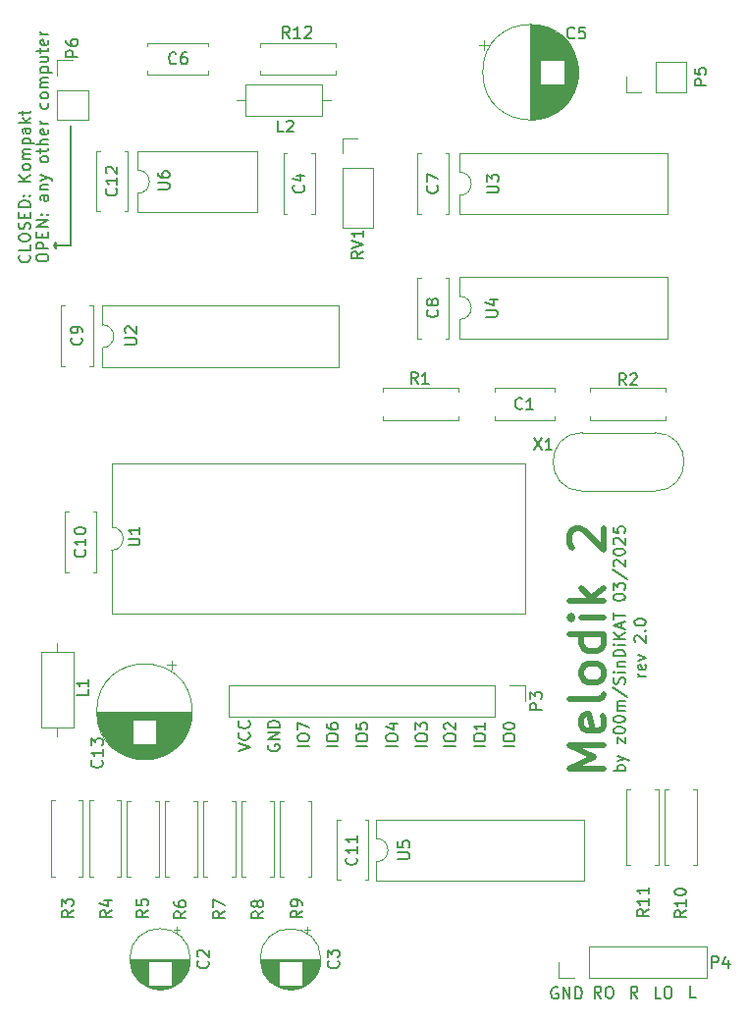
<source format=gto>
G04 #@! TF.GenerationSoftware,KiCad,Pcbnew,6.0.11+dfsg-1*
G04 #@! TF.CreationDate,2025-03-28T14:55:45+01:00*
G04 #@! TF.ProjectId,Melodik2,4d656c6f-6469-46b3-922e-6b696361645f,2.0*
G04 #@! TF.SameCoordinates,Original*
G04 #@! TF.FileFunction,Legend,Top*
G04 #@! TF.FilePolarity,Positive*
%FSLAX46Y46*%
G04 Gerber Fmt 4.6, Leading zero omitted, Abs format (unit mm)*
G04 Created by KiCad (PCBNEW 6.0.11+dfsg-1) date 2025-03-28 14:55:45*
%MOMM*%
%LPD*%
G01*
G04 APERTURE LIST*
%ADD10C,0.150000*%
%ADD11C,0.200000*%
%ADD12C,0.500000*%
%ADD13C,0.120000*%
%ADD14C,1.600000*%
%ADD15O,1.600000X1.600000*%
%ADD16R,1.600000X1.600000*%
%ADD17R,8.000000X2.000000*%
%ADD18R,1.700000X1.700000*%
%ADD19O,1.700000X1.700000*%
%ADD20C,1.500000*%
G04 APERTURE END LIST*
D10*
X120660000Y-53920000D02*
X120660000Y-64220000D01*
X119410000Y-64470000D02*
X119410000Y-63970000D01*
X119210000Y-64220000D02*
X119410000Y-64470000D01*
X119410000Y-63970000D02*
X119210000Y-64220000D01*
X120660000Y-64220000D02*
X119210000Y-64220000D01*
X153852380Y-107420000D02*
X152852380Y-107420000D01*
X152852380Y-106753333D02*
X152852380Y-106562857D01*
X152900000Y-106467619D01*
X152995238Y-106372380D01*
X153185714Y-106324761D01*
X153519047Y-106324761D01*
X153709523Y-106372380D01*
X153804761Y-106467619D01*
X153852380Y-106562857D01*
X153852380Y-106753333D01*
X153804761Y-106848571D01*
X153709523Y-106943809D01*
X153519047Y-106991428D01*
X153185714Y-106991428D01*
X152995238Y-106943809D01*
X152900000Y-106848571D01*
X152852380Y-106753333D01*
X152947619Y-105943809D02*
X152900000Y-105896190D01*
X152852380Y-105800952D01*
X152852380Y-105562857D01*
X152900000Y-105467619D01*
X152947619Y-105420000D01*
X153042857Y-105372380D01*
X153138095Y-105372380D01*
X153280952Y-105420000D01*
X153852380Y-105991428D01*
X153852380Y-105372380D01*
X148852380Y-107420000D02*
X147852380Y-107420000D01*
X147852380Y-106753333D02*
X147852380Y-106562857D01*
X147900000Y-106467619D01*
X147995238Y-106372380D01*
X148185714Y-106324761D01*
X148519047Y-106324761D01*
X148709523Y-106372380D01*
X148804761Y-106467619D01*
X148852380Y-106562857D01*
X148852380Y-106753333D01*
X148804761Y-106848571D01*
X148709523Y-106943809D01*
X148519047Y-106991428D01*
X148185714Y-106991428D01*
X147995238Y-106943809D01*
X147900000Y-106848571D01*
X147852380Y-106753333D01*
X148185714Y-105467619D02*
X148852380Y-105467619D01*
X147804761Y-105705714D02*
X148519047Y-105943809D01*
X148519047Y-105324761D01*
X146252380Y-107420000D02*
X145252380Y-107420000D01*
X145252380Y-106753333D02*
X145252380Y-106562857D01*
X145300000Y-106467619D01*
X145395238Y-106372380D01*
X145585714Y-106324761D01*
X145919047Y-106324761D01*
X146109523Y-106372380D01*
X146204761Y-106467619D01*
X146252380Y-106562857D01*
X146252380Y-106753333D01*
X146204761Y-106848571D01*
X146109523Y-106943809D01*
X145919047Y-106991428D01*
X145585714Y-106991428D01*
X145395238Y-106943809D01*
X145300000Y-106848571D01*
X145252380Y-106753333D01*
X145252380Y-105420000D02*
X145252380Y-105896190D01*
X145728571Y-105943809D01*
X145680952Y-105896190D01*
X145633333Y-105800952D01*
X145633333Y-105562857D01*
X145680952Y-105467619D01*
X145728571Y-105420000D01*
X145823809Y-105372380D01*
X146061904Y-105372380D01*
X146157142Y-105420000D01*
X146204761Y-105467619D01*
X146252380Y-105562857D01*
X146252380Y-105800952D01*
X146204761Y-105896190D01*
X146157142Y-105943809D01*
X171545714Y-129122380D02*
X171069523Y-129122380D01*
X171069523Y-128122380D01*
X172069523Y-128122380D02*
X172260000Y-128122380D01*
X172355238Y-128170000D01*
X172450476Y-128265238D01*
X172498095Y-128455714D01*
X172498095Y-128789047D01*
X172450476Y-128979523D01*
X172355238Y-129074761D01*
X172260000Y-129122380D01*
X172069523Y-129122380D01*
X171974285Y-129074761D01*
X171879047Y-128979523D01*
X171831428Y-128789047D01*
X171831428Y-128455714D01*
X171879047Y-128265238D01*
X171974285Y-128170000D01*
X172069523Y-128122380D01*
X156402380Y-107420000D02*
X155402380Y-107420000D01*
X155402380Y-106753333D02*
X155402380Y-106562857D01*
X155450000Y-106467619D01*
X155545238Y-106372380D01*
X155735714Y-106324761D01*
X156069047Y-106324761D01*
X156259523Y-106372380D01*
X156354761Y-106467619D01*
X156402380Y-106562857D01*
X156402380Y-106753333D01*
X156354761Y-106848571D01*
X156259523Y-106943809D01*
X156069047Y-106991428D01*
X155735714Y-106991428D01*
X155545238Y-106943809D01*
X155450000Y-106848571D01*
X155402380Y-106753333D01*
X156402380Y-105372380D02*
X156402380Y-105943809D01*
X156402380Y-105658095D02*
X155402380Y-105658095D01*
X155545238Y-105753333D01*
X155640476Y-105848571D01*
X155688095Y-105943809D01*
X151402380Y-107420000D02*
X150402380Y-107420000D01*
X150402380Y-106753333D02*
X150402380Y-106562857D01*
X150450000Y-106467619D01*
X150545238Y-106372380D01*
X150735714Y-106324761D01*
X151069047Y-106324761D01*
X151259523Y-106372380D01*
X151354761Y-106467619D01*
X151402380Y-106562857D01*
X151402380Y-106753333D01*
X151354761Y-106848571D01*
X151259523Y-106943809D01*
X151069047Y-106991428D01*
X150735714Y-106991428D01*
X150545238Y-106943809D01*
X150450000Y-106848571D01*
X150402380Y-106753333D01*
X150402380Y-105991428D02*
X150402380Y-105372380D01*
X150783333Y-105705714D01*
X150783333Y-105562857D01*
X150830952Y-105467619D01*
X150878571Y-105420000D01*
X150973809Y-105372380D01*
X151211904Y-105372380D01*
X151307142Y-105420000D01*
X151354761Y-105467619D01*
X151402380Y-105562857D01*
X151402380Y-105848571D01*
X151354761Y-105943809D01*
X151307142Y-105991428D01*
D11*
X170252380Y-101372380D02*
X169585714Y-101372380D01*
X169776190Y-101372380D02*
X169680952Y-101324761D01*
X169633333Y-101277142D01*
X169585714Y-101181904D01*
X169585714Y-101086666D01*
X170204761Y-100372380D02*
X170252380Y-100467619D01*
X170252380Y-100658095D01*
X170204761Y-100753333D01*
X170109523Y-100800952D01*
X169728571Y-100800952D01*
X169633333Y-100753333D01*
X169585714Y-100658095D01*
X169585714Y-100467619D01*
X169633333Y-100372380D01*
X169728571Y-100324761D01*
X169823809Y-100324761D01*
X169919047Y-100800952D01*
X169585714Y-99991428D02*
X170252380Y-99753333D01*
X169585714Y-99515238D01*
X169347619Y-98420000D02*
X169300000Y-98372380D01*
X169252380Y-98277142D01*
X169252380Y-98039047D01*
X169300000Y-97943809D01*
X169347619Y-97896190D01*
X169442857Y-97848571D01*
X169538095Y-97848571D01*
X169680952Y-97896190D01*
X170252380Y-98467619D01*
X170252380Y-97848571D01*
X170157142Y-97420000D02*
X170204761Y-97372380D01*
X170252380Y-97420000D01*
X170204761Y-97467619D01*
X170157142Y-97420000D01*
X170252380Y-97420000D01*
X169252380Y-96753333D02*
X169252380Y-96658095D01*
X169300000Y-96562857D01*
X169347619Y-96515238D01*
X169442857Y-96467619D01*
X169633333Y-96420000D01*
X169871428Y-96420000D01*
X170061904Y-96467619D01*
X170157142Y-96515238D01*
X170204761Y-96562857D01*
X170252380Y-96658095D01*
X170252380Y-96753333D01*
X170204761Y-96848571D01*
X170157142Y-96896190D01*
X170061904Y-96943809D01*
X169871428Y-96991428D01*
X169633333Y-96991428D01*
X169442857Y-96943809D01*
X169347619Y-96896190D01*
X169300000Y-96848571D01*
X169252380Y-96753333D01*
D10*
X143702380Y-107420000D02*
X142702380Y-107420000D01*
X142702380Y-106753333D02*
X142702380Y-106562857D01*
X142750000Y-106467619D01*
X142845238Y-106372380D01*
X143035714Y-106324761D01*
X143369047Y-106324761D01*
X143559523Y-106372380D01*
X143654761Y-106467619D01*
X143702380Y-106562857D01*
X143702380Y-106753333D01*
X143654761Y-106848571D01*
X143559523Y-106943809D01*
X143369047Y-106991428D01*
X143035714Y-106991428D01*
X142845238Y-106943809D01*
X142750000Y-106848571D01*
X142702380Y-106753333D01*
X142702380Y-105467619D02*
X142702380Y-105658095D01*
X142750000Y-105753333D01*
X142797619Y-105800952D01*
X142940476Y-105896190D01*
X143130952Y-105943809D01*
X143511904Y-105943809D01*
X143607142Y-105896190D01*
X143654761Y-105848571D01*
X143702380Y-105753333D01*
X143702380Y-105562857D01*
X143654761Y-105467619D01*
X143607142Y-105420000D01*
X143511904Y-105372380D01*
X143273809Y-105372380D01*
X143178571Y-105420000D01*
X143130952Y-105467619D01*
X143083333Y-105562857D01*
X143083333Y-105753333D01*
X143130952Y-105848571D01*
X143178571Y-105896190D01*
X143273809Y-105943809D01*
X169519523Y-129122380D02*
X169186190Y-128646190D01*
X168948095Y-129122380D02*
X168948095Y-128122380D01*
X169329047Y-128122380D01*
X169424285Y-128170000D01*
X169471904Y-128217619D01*
X169519523Y-128312857D01*
X169519523Y-128455714D01*
X169471904Y-128550952D01*
X169424285Y-128598571D01*
X169329047Y-128646190D01*
X168948095Y-128646190D01*
X162648095Y-128220000D02*
X162552857Y-128172380D01*
X162410000Y-128172380D01*
X162267142Y-128220000D01*
X162171904Y-128315238D01*
X162124285Y-128410476D01*
X162076666Y-128600952D01*
X162076666Y-128743809D01*
X162124285Y-128934285D01*
X162171904Y-129029523D01*
X162267142Y-129124761D01*
X162410000Y-129172380D01*
X162505238Y-129172380D01*
X162648095Y-129124761D01*
X162695714Y-129077142D01*
X162695714Y-128743809D01*
X162505238Y-128743809D01*
X163124285Y-129172380D02*
X163124285Y-128172380D01*
X163695714Y-129172380D01*
X163695714Y-128172380D01*
X164171904Y-129172380D02*
X164171904Y-128172380D01*
X164410000Y-128172380D01*
X164552857Y-128220000D01*
X164648095Y-128315238D01*
X164695714Y-128410476D01*
X164743333Y-128600952D01*
X164743333Y-128743809D01*
X164695714Y-128934285D01*
X164648095Y-129029523D01*
X164552857Y-129124761D01*
X164410000Y-129172380D01*
X164171904Y-129172380D01*
X166395714Y-129122380D02*
X166062380Y-128646190D01*
X165824285Y-129122380D02*
X165824285Y-128122380D01*
X166205238Y-128122380D01*
X166300476Y-128170000D01*
X166348095Y-128217619D01*
X166395714Y-128312857D01*
X166395714Y-128455714D01*
X166348095Y-128550952D01*
X166300476Y-128598571D01*
X166205238Y-128646190D01*
X165824285Y-128646190D01*
X167014761Y-128122380D02*
X167205238Y-128122380D01*
X167300476Y-128170000D01*
X167395714Y-128265238D01*
X167443333Y-128455714D01*
X167443333Y-128789047D01*
X167395714Y-128979523D01*
X167300476Y-129074761D01*
X167205238Y-129122380D01*
X167014761Y-129122380D01*
X166919523Y-129074761D01*
X166824285Y-128979523D01*
X166776666Y-128789047D01*
X166776666Y-128455714D01*
X166824285Y-128265238D01*
X166919523Y-128170000D01*
X167014761Y-128122380D01*
X117067142Y-65050952D02*
X117114761Y-65098571D01*
X117162380Y-65241428D01*
X117162380Y-65336666D01*
X117114761Y-65479523D01*
X117019523Y-65574761D01*
X116924285Y-65622380D01*
X116733809Y-65670000D01*
X116590952Y-65670000D01*
X116400476Y-65622380D01*
X116305238Y-65574761D01*
X116210000Y-65479523D01*
X116162380Y-65336666D01*
X116162380Y-65241428D01*
X116210000Y-65098571D01*
X116257619Y-65050952D01*
X117162380Y-64146190D02*
X117162380Y-64622380D01*
X116162380Y-64622380D01*
X116162380Y-63622380D02*
X116162380Y-63431904D01*
X116210000Y-63336666D01*
X116305238Y-63241428D01*
X116495714Y-63193809D01*
X116829047Y-63193809D01*
X117019523Y-63241428D01*
X117114761Y-63336666D01*
X117162380Y-63431904D01*
X117162380Y-63622380D01*
X117114761Y-63717619D01*
X117019523Y-63812857D01*
X116829047Y-63860476D01*
X116495714Y-63860476D01*
X116305238Y-63812857D01*
X116210000Y-63717619D01*
X116162380Y-63622380D01*
X117114761Y-62812857D02*
X117162380Y-62670000D01*
X117162380Y-62431904D01*
X117114761Y-62336666D01*
X117067142Y-62289047D01*
X116971904Y-62241428D01*
X116876666Y-62241428D01*
X116781428Y-62289047D01*
X116733809Y-62336666D01*
X116686190Y-62431904D01*
X116638571Y-62622380D01*
X116590952Y-62717619D01*
X116543333Y-62765238D01*
X116448095Y-62812857D01*
X116352857Y-62812857D01*
X116257619Y-62765238D01*
X116210000Y-62717619D01*
X116162380Y-62622380D01*
X116162380Y-62384285D01*
X116210000Y-62241428D01*
X116638571Y-61812857D02*
X116638571Y-61479523D01*
X117162380Y-61336666D02*
X117162380Y-61812857D01*
X116162380Y-61812857D01*
X116162380Y-61336666D01*
X117162380Y-60908095D02*
X116162380Y-60908095D01*
X116162380Y-60670000D01*
X116210000Y-60527142D01*
X116305238Y-60431904D01*
X116400476Y-60384285D01*
X116590952Y-60336666D01*
X116733809Y-60336666D01*
X116924285Y-60384285D01*
X117019523Y-60431904D01*
X117114761Y-60527142D01*
X117162380Y-60670000D01*
X117162380Y-60908095D01*
X117067142Y-59908095D02*
X117114761Y-59860476D01*
X117162380Y-59908095D01*
X117114761Y-59955714D01*
X117067142Y-59908095D01*
X117162380Y-59908095D01*
X116543333Y-59908095D02*
X116590952Y-59860476D01*
X116638571Y-59908095D01*
X116590952Y-59955714D01*
X116543333Y-59908095D01*
X116638571Y-59908095D01*
X117162380Y-58670000D02*
X116162380Y-58670000D01*
X117162380Y-58098571D02*
X116590952Y-58527142D01*
X116162380Y-58098571D02*
X116733809Y-58670000D01*
X117162380Y-57527142D02*
X117114761Y-57622380D01*
X117067142Y-57670000D01*
X116971904Y-57717619D01*
X116686190Y-57717619D01*
X116590952Y-57670000D01*
X116543333Y-57622380D01*
X116495714Y-57527142D01*
X116495714Y-57384285D01*
X116543333Y-57289047D01*
X116590952Y-57241428D01*
X116686190Y-57193809D01*
X116971904Y-57193809D01*
X117067142Y-57241428D01*
X117114761Y-57289047D01*
X117162380Y-57384285D01*
X117162380Y-57527142D01*
X117162380Y-56765238D02*
X116495714Y-56765238D01*
X116590952Y-56765238D02*
X116543333Y-56717619D01*
X116495714Y-56622380D01*
X116495714Y-56479523D01*
X116543333Y-56384285D01*
X116638571Y-56336666D01*
X117162380Y-56336666D01*
X116638571Y-56336666D02*
X116543333Y-56289047D01*
X116495714Y-56193809D01*
X116495714Y-56050952D01*
X116543333Y-55955714D01*
X116638571Y-55908095D01*
X117162380Y-55908095D01*
X116495714Y-55431904D02*
X117495714Y-55431904D01*
X116543333Y-55431904D02*
X116495714Y-55336666D01*
X116495714Y-55146190D01*
X116543333Y-55050952D01*
X116590952Y-55003333D01*
X116686190Y-54955714D01*
X116971904Y-54955714D01*
X117067142Y-55003333D01*
X117114761Y-55050952D01*
X117162380Y-55146190D01*
X117162380Y-55336666D01*
X117114761Y-55431904D01*
X117162380Y-54098571D02*
X116638571Y-54098571D01*
X116543333Y-54146190D01*
X116495714Y-54241428D01*
X116495714Y-54431904D01*
X116543333Y-54527142D01*
X117114761Y-54098571D02*
X117162380Y-54193809D01*
X117162380Y-54431904D01*
X117114761Y-54527142D01*
X117019523Y-54574761D01*
X116924285Y-54574761D01*
X116829047Y-54527142D01*
X116781428Y-54431904D01*
X116781428Y-54193809D01*
X116733809Y-54098571D01*
X117162380Y-53622380D02*
X116162380Y-53622380D01*
X116781428Y-53527142D02*
X117162380Y-53241428D01*
X116495714Y-53241428D02*
X116876666Y-53622380D01*
X116495714Y-52955714D02*
X116495714Y-52574761D01*
X116162380Y-52812857D02*
X117019523Y-52812857D01*
X117114761Y-52765238D01*
X117162380Y-52670000D01*
X117162380Y-52574761D01*
D11*
X168452380Y-109500000D02*
X167452380Y-109500000D01*
X167833333Y-109500000D02*
X167785714Y-109404761D01*
X167785714Y-109214285D01*
X167833333Y-109119047D01*
X167880952Y-109071428D01*
X167976190Y-109023809D01*
X168261904Y-109023809D01*
X168357142Y-109071428D01*
X168404761Y-109119047D01*
X168452380Y-109214285D01*
X168452380Y-109404761D01*
X168404761Y-109500000D01*
X167785714Y-108690476D02*
X168452380Y-108452380D01*
X167785714Y-108214285D02*
X168452380Y-108452380D01*
X168690476Y-108547619D01*
X168738095Y-108595238D01*
X168785714Y-108690476D01*
X167785714Y-107166666D02*
X167785714Y-106642857D01*
X168452380Y-107166666D01*
X168452380Y-106642857D01*
X167452380Y-106071428D02*
X167452380Y-105976190D01*
X167500000Y-105880952D01*
X167547619Y-105833333D01*
X167642857Y-105785714D01*
X167833333Y-105738095D01*
X168071428Y-105738095D01*
X168261904Y-105785714D01*
X168357142Y-105833333D01*
X168404761Y-105880952D01*
X168452380Y-105976190D01*
X168452380Y-106071428D01*
X168404761Y-106166666D01*
X168357142Y-106214285D01*
X168261904Y-106261904D01*
X168071428Y-106309523D01*
X167833333Y-106309523D01*
X167642857Y-106261904D01*
X167547619Y-106214285D01*
X167500000Y-106166666D01*
X167452380Y-106071428D01*
X167452380Y-105119047D02*
X167452380Y-105023809D01*
X167500000Y-104928571D01*
X167547619Y-104880952D01*
X167642857Y-104833333D01*
X167833333Y-104785714D01*
X168071428Y-104785714D01*
X168261904Y-104833333D01*
X168357142Y-104880952D01*
X168404761Y-104928571D01*
X168452380Y-105023809D01*
X168452380Y-105119047D01*
X168404761Y-105214285D01*
X168357142Y-105261904D01*
X168261904Y-105309523D01*
X168071428Y-105357142D01*
X167833333Y-105357142D01*
X167642857Y-105309523D01*
X167547619Y-105261904D01*
X167500000Y-105214285D01*
X167452380Y-105119047D01*
X168452380Y-104357142D02*
X167785714Y-104357142D01*
X167880952Y-104357142D02*
X167833333Y-104309523D01*
X167785714Y-104214285D01*
X167785714Y-104071428D01*
X167833333Y-103976190D01*
X167928571Y-103928571D01*
X168452380Y-103928571D01*
X167928571Y-103928571D02*
X167833333Y-103880952D01*
X167785714Y-103785714D01*
X167785714Y-103642857D01*
X167833333Y-103547619D01*
X167928571Y-103500000D01*
X168452380Y-103500000D01*
X167404761Y-102309523D02*
X168690476Y-103166666D01*
X168404761Y-102023809D02*
X168452380Y-101880952D01*
X168452380Y-101642857D01*
X168404761Y-101547619D01*
X168357142Y-101500000D01*
X168261904Y-101452380D01*
X168166666Y-101452380D01*
X168071428Y-101500000D01*
X168023809Y-101547619D01*
X167976190Y-101642857D01*
X167928571Y-101833333D01*
X167880952Y-101928571D01*
X167833333Y-101976190D01*
X167738095Y-102023809D01*
X167642857Y-102023809D01*
X167547619Y-101976190D01*
X167500000Y-101928571D01*
X167452380Y-101833333D01*
X167452380Y-101595238D01*
X167500000Y-101452380D01*
X168452380Y-101023809D02*
X167785714Y-101023809D01*
X167452380Y-101023809D02*
X167500000Y-101071428D01*
X167547619Y-101023809D01*
X167500000Y-100976190D01*
X167452380Y-101023809D01*
X167547619Y-101023809D01*
X167785714Y-100547619D02*
X168452380Y-100547619D01*
X167880952Y-100547619D02*
X167833333Y-100500000D01*
X167785714Y-100404761D01*
X167785714Y-100261904D01*
X167833333Y-100166666D01*
X167928571Y-100119047D01*
X168452380Y-100119047D01*
X168452380Y-99642857D02*
X167452380Y-99642857D01*
X167452380Y-99404761D01*
X167500000Y-99261904D01*
X167595238Y-99166666D01*
X167690476Y-99119047D01*
X167880952Y-99071428D01*
X168023809Y-99071428D01*
X168214285Y-99119047D01*
X168309523Y-99166666D01*
X168404761Y-99261904D01*
X168452380Y-99404761D01*
X168452380Y-99642857D01*
X168452380Y-98642857D02*
X167785714Y-98642857D01*
X167452380Y-98642857D02*
X167500000Y-98690476D01*
X167547619Y-98642857D01*
X167500000Y-98595238D01*
X167452380Y-98642857D01*
X167547619Y-98642857D01*
X168452380Y-98166666D02*
X167452380Y-98166666D01*
X168452380Y-97595238D02*
X167880952Y-98023809D01*
X167452380Y-97595238D02*
X168023809Y-98166666D01*
X168166666Y-97214285D02*
X168166666Y-96738095D01*
X168452380Y-97309523D02*
X167452380Y-96976190D01*
X168452380Y-96642857D01*
X167452380Y-96452380D02*
X167452380Y-95880952D01*
X168452380Y-96166666D02*
X167452380Y-96166666D01*
X167452380Y-94595238D02*
X167452380Y-94500000D01*
X167500000Y-94404761D01*
X167547619Y-94357142D01*
X167642857Y-94309523D01*
X167833333Y-94261904D01*
X168071428Y-94261904D01*
X168261904Y-94309523D01*
X168357142Y-94357142D01*
X168404761Y-94404761D01*
X168452380Y-94500000D01*
X168452380Y-94595238D01*
X168404761Y-94690476D01*
X168357142Y-94738095D01*
X168261904Y-94785714D01*
X168071428Y-94833333D01*
X167833333Y-94833333D01*
X167642857Y-94785714D01*
X167547619Y-94738095D01*
X167500000Y-94690476D01*
X167452380Y-94595238D01*
X167452380Y-93928571D02*
X167452380Y-93309523D01*
X167833333Y-93642857D01*
X167833333Y-93500000D01*
X167880952Y-93404761D01*
X167928571Y-93357142D01*
X168023809Y-93309523D01*
X168261904Y-93309523D01*
X168357142Y-93357142D01*
X168404761Y-93404761D01*
X168452380Y-93500000D01*
X168452380Y-93785714D01*
X168404761Y-93880952D01*
X168357142Y-93928571D01*
X167404761Y-92166666D02*
X168690476Y-93023809D01*
X167547619Y-91880952D02*
X167500000Y-91833333D01*
X167452380Y-91738095D01*
X167452380Y-91500000D01*
X167500000Y-91404761D01*
X167547619Y-91357142D01*
X167642857Y-91309523D01*
X167738095Y-91309523D01*
X167880952Y-91357142D01*
X168452380Y-91928571D01*
X168452380Y-91309523D01*
X167452380Y-90690476D02*
X167452380Y-90595238D01*
X167500000Y-90500000D01*
X167547619Y-90452380D01*
X167642857Y-90404761D01*
X167833333Y-90357142D01*
X168071428Y-90357142D01*
X168261904Y-90404761D01*
X168357142Y-90452380D01*
X168404761Y-90500000D01*
X168452380Y-90595238D01*
X168452380Y-90690476D01*
X168404761Y-90785714D01*
X168357142Y-90833333D01*
X168261904Y-90880952D01*
X168071428Y-90928571D01*
X167833333Y-90928571D01*
X167642857Y-90880952D01*
X167547619Y-90833333D01*
X167500000Y-90785714D01*
X167452380Y-90690476D01*
X167547619Y-89976190D02*
X167500000Y-89928571D01*
X167452380Y-89833333D01*
X167452380Y-89595238D01*
X167500000Y-89500000D01*
X167547619Y-89452380D01*
X167642857Y-89404761D01*
X167738095Y-89404761D01*
X167880952Y-89452380D01*
X168452380Y-90023809D01*
X168452380Y-89404761D01*
X167452380Y-88500000D02*
X167452380Y-88976190D01*
X167928571Y-89023809D01*
X167880952Y-88976190D01*
X167833333Y-88880952D01*
X167833333Y-88642857D01*
X167880952Y-88547619D01*
X167928571Y-88500000D01*
X168023809Y-88452380D01*
X168261904Y-88452380D01*
X168357142Y-88500000D01*
X168404761Y-88547619D01*
X168452380Y-88642857D01*
X168452380Y-88880952D01*
X168404761Y-88976190D01*
X168357142Y-89023809D01*
D10*
X141202380Y-107420000D02*
X140202380Y-107420000D01*
X140202380Y-106753333D02*
X140202380Y-106562857D01*
X140250000Y-106467619D01*
X140345238Y-106372380D01*
X140535714Y-106324761D01*
X140869047Y-106324761D01*
X141059523Y-106372380D01*
X141154761Y-106467619D01*
X141202380Y-106562857D01*
X141202380Y-106753333D01*
X141154761Y-106848571D01*
X141059523Y-106943809D01*
X140869047Y-106991428D01*
X140535714Y-106991428D01*
X140345238Y-106943809D01*
X140250000Y-106848571D01*
X140202380Y-106753333D01*
X140202380Y-105991428D02*
X140202380Y-105324761D01*
X141202380Y-105753333D01*
X158952380Y-107420000D02*
X157952380Y-107420000D01*
X157952380Y-106753333D02*
X157952380Y-106562857D01*
X158000000Y-106467619D01*
X158095238Y-106372380D01*
X158285714Y-106324761D01*
X158619047Y-106324761D01*
X158809523Y-106372380D01*
X158904761Y-106467619D01*
X158952380Y-106562857D01*
X158952380Y-106753333D01*
X158904761Y-106848571D01*
X158809523Y-106943809D01*
X158619047Y-106991428D01*
X158285714Y-106991428D01*
X158095238Y-106943809D01*
X158000000Y-106848571D01*
X157952380Y-106753333D01*
X157952380Y-105705714D02*
X157952380Y-105610476D01*
X158000000Y-105515238D01*
X158047619Y-105467619D01*
X158142857Y-105420000D01*
X158333333Y-105372380D01*
X158571428Y-105372380D01*
X158761904Y-105420000D01*
X158857142Y-105467619D01*
X158904761Y-105515238D01*
X158952380Y-105610476D01*
X158952380Y-105705714D01*
X158904761Y-105800952D01*
X158857142Y-105848571D01*
X158761904Y-105896190D01*
X158571428Y-105943809D01*
X158333333Y-105943809D01*
X158142857Y-105896190D01*
X158047619Y-105848571D01*
X158000000Y-105800952D01*
X157952380Y-105705714D01*
X135102380Y-107803333D02*
X136102380Y-107470000D01*
X135102380Y-107136666D01*
X136007142Y-106231904D02*
X136054761Y-106279523D01*
X136102380Y-106422380D01*
X136102380Y-106517619D01*
X136054761Y-106660476D01*
X135959523Y-106755714D01*
X135864285Y-106803333D01*
X135673809Y-106850952D01*
X135530952Y-106850952D01*
X135340476Y-106803333D01*
X135245238Y-106755714D01*
X135150000Y-106660476D01*
X135102380Y-106517619D01*
X135102380Y-106422380D01*
X135150000Y-106279523D01*
X135197619Y-106231904D01*
X136007142Y-105231904D02*
X136054761Y-105279523D01*
X136102380Y-105422380D01*
X136102380Y-105517619D01*
X136054761Y-105660476D01*
X135959523Y-105755714D01*
X135864285Y-105803333D01*
X135673809Y-105850952D01*
X135530952Y-105850952D01*
X135340476Y-105803333D01*
X135245238Y-105755714D01*
X135150000Y-105660476D01*
X135102380Y-105517619D01*
X135102380Y-105422380D01*
X135150000Y-105279523D01*
X135197619Y-105231904D01*
X117712380Y-65362857D02*
X117712380Y-65172380D01*
X117760000Y-65077142D01*
X117855238Y-64981904D01*
X118045714Y-64934285D01*
X118379047Y-64934285D01*
X118569523Y-64981904D01*
X118664761Y-65077142D01*
X118712380Y-65172380D01*
X118712380Y-65362857D01*
X118664761Y-65458095D01*
X118569523Y-65553333D01*
X118379047Y-65600952D01*
X118045714Y-65600952D01*
X117855238Y-65553333D01*
X117760000Y-65458095D01*
X117712380Y-65362857D01*
X118712380Y-64505714D02*
X117712380Y-64505714D01*
X117712380Y-64124761D01*
X117760000Y-64029523D01*
X117807619Y-63981904D01*
X117902857Y-63934285D01*
X118045714Y-63934285D01*
X118140952Y-63981904D01*
X118188571Y-64029523D01*
X118236190Y-64124761D01*
X118236190Y-64505714D01*
X118188571Y-63505714D02*
X118188571Y-63172380D01*
X118712380Y-63029523D02*
X118712380Y-63505714D01*
X117712380Y-63505714D01*
X117712380Y-63029523D01*
X118712380Y-62600952D02*
X117712380Y-62600952D01*
X118712380Y-62029523D01*
X117712380Y-62029523D01*
X118617142Y-61553333D02*
X118664761Y-61505714D01*
X118712380Y-61553333D01*
X118664761Y-61600952D01*
X118617142Y-61553333D01*
X118712380Y-61553333D01*
X118093333Y-61553333D02*
X118140952Y-61505714D01*
X118188571Y-61553333D01*
X118140952Y-61600952D01*
X118093333Y-61553333D01*
X118188571Y-61553333D01*
X118712380Y-59886666D02*
X118188571Y-59886666D01*
X118093333Y-59934285D01*
X118045714Y-60029523D01*
X118045714Y-60220000D01*
X118093333Y-60315238D01*
X118664761Y-59886666D02*
X118712380Y-59981904D01*
X118712380Y-60220000D01*
X118664761Y-60315238D01*
X118569523Y-60362857D01*
X118474285Y-60362857D01*
X118379047Y-60315238D01*
X118331428Y-60220000D01*
X118331428Y-59981904D01*
X118283809Y-59886666D01*
X118045714Y-59410476D02*
X118712380Y-59410476D01*
X118140952Y-59410476D02*
X118093333Y-59362857D01*
X118045714Y-59267619D01*
X118045714Y-59124761D01*
X118093333Y-59029523D01*
X118188571Y-58981904D01*
X118712380Y-58981904D01*
X118045714Y-58600952D02*
X118712380Y-58362857D01*
X118045714Y-58124761D02*
X118712380Y-58362857D01*
X118950476Y-58458095D01*
X118998095Y-58505714D01*
X119045714Y-58600952D01*
X118712380Y-56839047D02*
X118664761Y-56934285D01*
X118617142Y-56981904D01*
X118521904Y-57029523D01*
X118236190Y-57029523D01*
X118140952Y-56981904D01*
X118093333Y-56934285D01*
X118045714Y-56839047D01*
X118045714Y-56696190D01*
X118093333Y-56600952D01*
X118140952Y-56553333D01*
X118236190Y-56505714D01*
X118521904Y-56505714D01*
X118617142Y-56553333D01*
X118664761Y-56600952D01*
X118712380Y-56696190D01*
X118712380Y-56839047D01*
X118045714Y-56220000D02*
X118045714Y-55839047D01*
X117712380Y-56077142D02*
X118569523Y-56077142D01*
X118664761Y-56029523D01*
X118712380Y-55934285D01*
X118712380Y-55839047D01*
X118712380Y-55505714D02*
X117712380Y-55505714D01*
X118712380Y-55077142D02*
X118188571Y-55077142D01*
X118093333Y-55124761D01*
X118045714Y-55220000D01*
X118045714Y-55362857D01*
X118093333Y-55458095D01*
X118140952Y-55505714D01*
X118664761Y-54220000D02*
X118712380Y-54315238D01*
X118712380Y-54505714D01*
X118664761Y-54600952D01*
X118569523Y-54648571D01*
X118188571Y-54648571D01*
X118093333Y-54600952D01*
X118045714Y-54505714D01*
X118045714Y-54315238D01*
X118093333Y-54220000D01*
X118188571Y-54172380D01*
X118283809Y-54172380D01*
X118379047Y-54648571D01*
X118712380Y-53743809D02*
X118045714Y-53743809D01*
X118236190Y-53743809D02*
X118140952Y-53696190D01*
X118093333Y-53648571D01*
X118045714Y-53553333D01*
X118045714Y-53458095D01*
X118664761Y-51934285D02*
X118712380Y-52029523D01*
X118712380Y-52220000D01*
X118664761Y-52315238D01*
X118617142Y-52362857D01*
X118521904Y-52410476D01*
X118236190Y-52410476D01*
X118140952Y-52362857D01*
X118093333Y-52315238D01*
X118045714Y-52220000D01*
X118045714Y-52029523D01*
X118093333Y-51934285D01*
X118712380Y-51362857D02*
X118664761Y-51458095D01*
X118617142Y-51505714D01*
X118521904Y-51553333D01*
X118236190Y-51553333D01*
X118140952Y-51505714D01*
X118093333Y-51458095D01*
X118045714Y-51362857D01*
X118045714Y-51220000D01*
X118093333Y-51124761D01*
X118140952Y-51077142D01*
X118236190Y-51029523D01*
X118521904Y-51029523D01*
X118617142Y-51077142D01*
X118664761Y-51124761D01*
X118712380Y-51220000D01*
X118712380Y-51362857D01*
X118712380Y-50600952D02*
X118045714Y-50600952D01*
X118140952Y-50600952D02*
X118093333Y-50553333D01*
X118045714Y-50458095D01*
X118045714Y-50315238D01*
X118093333Y-50220000D01*
X118188571Y-50172380D01*
X118712380Y-50172380D01*
X118188571Y-50172380D02*
X118093333Y-50124761D01*
X118045714Y-50029523D01*
X118045714Y-49886666D01*
X118093333Y-49791428D01*
X118188571Y-49743809D01*
X118712380Y-49743809D01*
X118045714Y-49267619D02*
X119045714Y-49267619D01*
X118093333Y-49267619D02*
X118045714Y-49172380D01*
X118045714Y-48981904D01*
X118093333Y-48886666D01*
X118140952Y-48839047D01*
X118236190Y-48791428D01*
X118521904Y-48791428D01*
X118617142Y-48839047D01*
X118664761Y-48886666D01*
X118712380Y-48981904D01*
X118712380Y-49172380D01*
X118664761Y-49267619D01*
X118045714Y-47934285D02*
X118712380Y-47934285D01*
X118045714Y-48362857D02*
X118569523Y-48362857D01*
X118664761Y-48315238D01*
X118712380Y-48220000D01*
X118712380Y-48077142D01*
X118664761Y-47981904D01*
X118617142Y-47934285D01*
X118045714Y-47600952D02*
X118045714Y-47220000D01*
X117712380Y-47458095D02*
X118569523Y-47458095D01*
X118664761Y-47410476D01*
X118712380Y-47315238D01*
X118712380Y-47220000D01*
X118664761Y-46505714D02*
X118712380Y-46600952D01*
X118712380Y-46791428D01*
X118664761Y-46886666D01*
X118569523Y-46934285D01*
X118188571Y-46934285D01*
X118093333Y-46886666D01*
X118045714Y-46791428D01*
X118045714Y-46600952D01*
X118093333Y-46505714D01*
X118188571Y-46458095D01*
X118283809Y-46458095D01*
X118379047Y-46934285D01*
X118712380Y-46029523D02*
X118045714Y-46029523D01*
X118236190Y-46029523D02*
X118140952Y-45981904D01*
X118093333Y-45934285D01*
X118045714Y-45839047D01*
X118045714Y-45743809D01*
X137700000Y-107281904D02*
X137652380Y-107377142D01*
X137652380Y-107520000D01*
X137700000Y-107662857D01*
X137795238Y-107758095D01*
X137890476Y-107805714D01*
X138080952Y-107853333D01*
X138223809Y-107853333D01*
X138414285Y-107805714D01*
X138509523Y-107758095D01*
X138604761Y-107662857D01*
X138652380Y-107520000D01*
X138652380Y-107424761D01*
X138604761Y-107281904D01*
X138557142Y-107234285D01*
X138223809Y-107234285D01*
X138223809Y-107424761D01*
X138652380Y-106805714D02*
X137652380Y-106805714D01*
X138652380Y-106234285D01*
X137652380Y-106234285D01*
X138652380Y-105758095D02*
X137652380Y-105758095D01*
X137652380Y-105520000D01*
X137700000Y-105377142D01*
X137795238Y-105281904D01*
X137890476Y-105234285D01*
X138080952Y-105186666D01*
X138223809Y-105186666D01*
X138414285Y-105234285D01*
X138509523Y-105281904D01*
X138604761Y-105377142D01*
X138652380Y-105520000D01*
X138652380Y-105758095D01*
D12*
X166657142Y-109305714D02*
X163657142Y-109305714D01*
X165800000Y-108305714D01*
X163657142Y-107305714D01*
X166657142Y-107305714D01*
X166514285Y-104734285D02*
X166657142Y-105020000D01*
X166657142Y-105591428D01*
X166514285Y-105877142D01*
X166228571Y-106020000D01*
X165085714Y-106020000D01*
X164800000Y-105877142D01*
X164657142Y-105591428D01*
X164657142Y-105020000D01*
X164800000Y-104734285D01*
X165085714Y-104591428D01*
X165371428Y-104591428D01*
X165657142Y-106020000D01*
X166657142Y-102877142D02*
X166514285Y-103162857D01*
X166228571Y-103305714D01*
X163657142Y-103305714D01*
X166657142Y-101305714D02*
X166514285Y-101591428D01*
X166371428Y-101734285D01*
X166085714Y-101877142D01*
X165228571Y-101877142D01*
X164942857Y-101734285D01*
X164800000Y-101591428D01*
X164657142Y-101305714D01*
X164657142Y-100877142D01*
X164800000Y-100591428D01*
X164942857Y-100448571D01*
X165228571Y-100305714D01*
X166085714Y-100305714D01*
X166371428Y-100448571D01*
X166514285Y-100591428D01*
X166657142Y-100877142D01*
X166657142Y-101305714D01*
X166657142Y-97734285D02*
X163657142Y-97734285D01*
X166514285Y-97734285D02*
X166657142Y-98020000D01*
X166657142Y-98591428D01*
X166514285Y-98877142D01*
X166371428Y-99020000D01*
X166085714Y-99162857D01*
X165228571Y-99162857D01*
X164942857Y-99020000D01*
X164800000Y-98877142D01*
X164657142Y-98591428D01*
X164657142Y-98020000D01*
X164800000Y-97734285D01*
X166657142Y-96305714D02*
X164657142Y-96305714D01*
X163657142Y-96305714D02*
X163800000Y-96448571D01*
X163942857Y-96305714D01*
X163800000Y-96162857D01*
X163657142Y-96305714D01*
X163942857Y-96305714D01*
X166657142Y-94877142D02*
X163657142Y-94877142D01*
X165514285Y-94591428D02*
X166657142Y-93734285D01*
X164657142Y-93734285D02*
X165800000Y-94877142D01*
X163942857Y-90305714D02*
X163800000Y-90162857D01*
X163657142Y-89877142D01*
X163657142Y-89162857D01*
X163800000Y-88877142D01*
X163942857Y-88734285D01*
X164228571Y-88591428D01*
X164514285Y-88591428D01*
X164942857Y-88734285D01*
X166657142Y-90448571D01*
X166657142Y-88591428D01*
D10*
X174569523Y-129072380D02*
X174093333Y-129072380D01*
X174093333Y-128072380D01*
X139517142Y-46322380D02*
X139183809Y-45846190D01*
X138945714Y-46322380D02*
X138945714Y-45322380D01*
X139326666Y-45322380D01*
X139421904Y-45370000D01*
X139469523Y-45417619D01*
X139517142Y-45512857D01*
X139517142Y-45655714D01*
X139469523Y-45750952D01*
X139421904Y-45798571D01*
X139326666Y-45846190D01*
X138945714Y-45846190D01*
X140469523Y-46322380D02*
X139898095Y-46322380D01*
X140183809Y-46322380D02*
X140183809Y-45322380D01*
X140088571Y-45465238D01*
X139993333Y-45560476D01*
X139898095Y-45608095D01*
X140850476Y-45417619D02*
X140898095Y-45370000D01*
X140993333Y-45322380D01*
X141231428Y-45322380D01*
X141326666Y-45370000D01*
X141374285Y-45417619D01*
X141421904Y-45512857D01*
X141421904Y-45608095D01*
X141374285Y-45750952D01*
X140802857Y-46322380D01*
X141421904Y-46322380D01*
X120862380Y-121526666D02*
X120386190Y-121860000D01*
X120862380Y-122098095D02*
X119862380Y-122098095D01*
X119862380Y-121717142D01*
X119910000Y-121621904D01*
X119957619Y-121574285D01*
X120052857Y-121526666D01*
X120195714Y-121526666D01*
X120290952Y-121574285D01*
X120338571Y-121621904D01*
X120386190Y-121717142D01*
X120386190Y-122098095D01*
X119862380Y-121193333D02*
X119862380Y-120574285D01*
X120243333Y-120907619D01*
X120243333Y-120764761D01*
X120290952Y-120669523D01*
X120338571Y-120621904D01*
X120433809Y-120574285D01*
X120671904Y-120574285D01*
X120767142Y-120621904D01*
X120814761Y-120669523D01*
X120862380Y-120764761D01*
X120862380Y-121050476D01*
X120814761Y-121145714D01*
X120767142Y-121193333D01*
X156552380Y-59661904D02*
X157361904Y-59661904D01*
X157457142Y-59614285D01*
X157504761Y-59566666D01*
X157552380Y-59471428D01*
X157552380Y-59280952D01*
X157504761Y-59185714D01*
X157457142Y-59138095D01*
X157361904Y-59090476D01*
X156552380Y-59090476D01*
X156552380Y-58709523D02*
X156552380Y-58090476D01*
X156933333Y-58423809D01*
X156933333Y-58280952D01*
X156980952Y-58185714D01*
X157028571Y-58138095D01*
X157123809Y-58090476D01*
X157361904Y-58090476D01*
X157457142Y-58138095D01*
X157504761Y-58185714D01*
X157552380Y-58280952D01*
X157552380Y-58566666D01*
X157504761Y-58661904D01*
X157457142Y-58709523D01*
X121857142Y-90442857D02*
X121904761Y-90490476D01*
X121952380Y-90633333D01*
X121952380Y-90728571D01*
X121904761Y-90871428D01*
X121809523Y-90966666D01*
X121714285Y-91014285D01*
X121523809Y-91061904D01*
X121380952Y-91061904D01*
X121190476Y-91014285D01*
X121095238Y-90966666D01*
X121000000Y-90871428D01*
X120952380Y-90728571D01*
X120952380Y-90633333D01*
X121000000Y-90490476D01*
X121047619Y-90442857D01*
X121952380Y-89490476D02*
X121952380Y-90061904D01*
X121952380Y-89776190D02*
X120952380Y-89776190D01*
X121095238Y-89871428D01*
X121190476Y-89966666D01*
X121238095Y-90061904D01*
X120952380Y-88871428D02*
X120952380Y-88776190D01*
X121000000Y-88680952D01*
X121047619Y-88633333D01*
X121142857Y-88585714D01*
X121333333Y-88538095D01*
X121571428Y-88538095D01*
X121761904Y-88585714D01*
X121857142Y-88633333D01*
X121904761Y-88680952D01*
X121952380Y-88776190D01*
X121952380Y-88871428D01*
X121904761Y-88966666D01*
X121857142Y-89014285D01*
X121761904Y-89061904D01*
X121571428Y-89109523D01*
X121333333Y-89109523D01*
X121142857Y-89061904D01*
X121047619Y-89014285D01*
X121000000Y-88966666D01*
X120952380Y-88871428D01*
X125327380Y-72761904D02*
X126136904Y-72761904D01*
X126232142Y-72714285D01*
X126279761Y-72666666D01*
X126327380Y-72571428D01*
X126327380Y-72380952D01*
X126279761Y-72285714D01*
X126232142Y-72238095D01*
X126136904Y-72190476D01*
X125327380Y-72190476D01*
X125422619Y-71761904D02*
X125375000Y-71714285D01*
X125327380Y-71619047D01*
X125327380Y-71380952D01*
X125375000Y-71285714D01*
X125422619Y-71238095D01*
X125517857Y-71190476D01*
X125613095Y-71190476D01*
X125755952Y-71238095D01*
X126327380Y-71809523D01*
X126327380Y-71190476D01*
X159583333Y-78257142D02*
X159535714Y-78304761D01*
X159392857Y-78352380D01*
X159297619Y-78352380D01*
X159154761Y-78304761D01*
X159059523Y-78209523D01*
X159011904Y-78114285D01*
X158964285Y-77923809D01*
X158964285Y-77780952D01*
X159011904Y-77590476D01*
X159059523Y-77495238D01*
X159154761Y-77400000D01*
X159297619Y-77352380D01*
X159392857Y-77352380D01*
X159535714Y-77400000D01*
X159583333Y-77447619D01*
X160535714Y-78352380D02*
X159964285Y-78352380D01*
X160250000Y-78352380D02*
X160250000Y-77352380D01*
X160154761Y-77495238D01*
X160059523Y-77590476D01*
X159964285Y-77638095D01*
X150583333Y-76152380D02*
X150250000Y-75676190D01*
X150011904Y-76152380D02*
X150011904Y-75152380D01*
X150392857Y-75152380D01*
X150488095Y-75200000D01*
X150535714Y-75247619D01*
X150583333Y-75342857D01*
X150583333Y-75485714D01*
X150535714Y-75580952D01*
X150488095Y-75628571D01*
X150392857Y-75676190D01*
X150011904Y-75676190D01*
X151535714Y-76152380D02*
X150964285Y-76152380D01*
X151250000Y-76152380D02*
X151250000Y-75152380D01*
X151154761Y-75295238D01*
X151059523Y-75390476D01*
X150964285Y-75438095D01*
X133912380Y-121636666D02*
X133436190Y-121970000D01*
X133912380Y-122208095D02*
X132912380Y-122208095D01*
X132912380Y-121827142D01*
X132960000Y-121731904D01*
X133007619Y-121684285D01*
X133102857Y-121636666D01*
X133245714Y-121636666D01*
X133340952Y-121684285D01*
X133388571Y-121731904D01*
X133436190Y-121827142D01*
X133436190Y-122208095D01*
X132912380Y-121303333D02*
X132912380Y-120636666D01*
X133912380Y-121065238D01*
X124567142Y-59312857D02*
X124614761Y-59360476D01*
X124662380Y-59503333D01*
X124662380Y-59598571D01*
X124614761Y-59741428D01*
X124519523Y-59836666D01*
X124424285Y-59884285D01*
X124233809Y-59931904D01*
X124090952Y-59931904D01*
X123900476Y-59884285D01*
X123805238Y-59836666D01*
X123710000Y-59741428D01*
X123662380Y-59598571D01*
X123662380Y-59503333D01*
X123710000Y-59360476D01*
X123757619Y-59312857D01*
X124662380Y-58360476D02*
X124662380Y-58931904D01*
X124662380Y-58646190D02*
X123662380Y-58646190D01*
X123805238Y-58741428D01*
X123900476Y-58836666D01*
X123948095Y-58931904D01*
X123757619Y-57979523D02*
X123710000Y-57931904D01*
X123662380Y-57836666D01*
X123662380Y-57598571D01*
X123710000Y-57503333D01*
X123757619Y-57455714D01*
X123852857Y-57408095D01*
X123948095Y-57408095D01*
X124090952Y-57455714D01*
X124662380Y-58027142D01*
X124662380Y-57408095D01*
X124172380Y-121566666D02*
X123696190Y-121900000D01*
X124172380Y-122138095D02*
X123172380Y-122138095D01*
X123172380Y-121757142D01*
X123220000Y-121661904D01*
X123267619Y-121614285D01*
X123362857Y-121566666D01*
X123505714Y-121566666D01*
X123600952Y-121614285D01*
X123648571Y-121661904D01*
X123696190Y-121757142D01*
X123696190Y-122138095D01*
X123505714Y-120709523D02*
X124172380Y-120709523D01*
X123124761Y-120947619D02*
X123839047Y-121185714D01*
X123839047Y-120566666D01*
X137262380Y-121636666D02*
X136786190Y-121970000D01*
X137262380Y-122208095D02*
X136262380Y-122208095D01*
X136262380Y-121827142D01*
X136310000Y-121731904D01*
X136357619Y-121684285D01*
X136452857Y-121636666D01*
X136595714Y-121636666D01*
X136690952Y-121684285D01*
X136738571Y-121731904D01*
X136786190Y-121827142D01*
X136786190Y-122208095D01*
X136690952Y-121065238D02*
X136643333Y-121160476D01*
X136595714Y-121208095D01*
X136500476Y-121255714D01*
X136452857Y-121255714D01*
X136357619Y-121208095D01*
X136310000Y-121160476D01*
X136262380Y-121065238D01*
X136262380Y-120874761D01*
X136310000Y-120779523D01*
X136357619Y-120731904D01*
X136452857Y-120684285D01*
X136500476Y-120684285D01*
X136595714Y-120731904D01*
X136643333Y-120779523D01*
X136690952Y-120874761D01*
X136690952Y-121065238D01*
X136738571Y-121160476D01*
X136786190Y-121208095D01*
X136881428Y-121255714D01*
X137071904Y-121255714D01*
X137167142Y-121208095D01*
X137214761Y-121160476D01*
X137262380Y-121065238D01*
X137262380Y-120874761D01*
X137214761Y-120779523D01*
X137167142Y-120731904D01*
X137071904Y-120684285D01*
X136881428Y-120684285D01*
X136786190Y-120731904D01*
X136738571Y-120779523D01*
X136690952Y-120874761D01*
X161282380Y-104238095D02*
X160282380Y-104238095D01*
X160282380Y-103857142D01*
X160330000Y-103761904D01*
X160377619Y-103714285D01*
X160472857Y-103666666D01*
X160615714Y-103666666D01*
X160710952Y-103714285D01*
X160758571Y-103761904D01*
X160806190Y-103857142D01*
X160806190Y-104238095D01*
X160282380Y-103333333D02*
X160282380Y-102714285D01*
X160663333Y-103047619D01*
X160663333Y-102904761D01*
X160710952Y-102809523D01*
X160758571Y-102761904D01*
X160853809Y-102714285D01*
X161091904Y-102714285D01*
X161187142Y-102761904D01*
X161234761Y-102809523D01*
X161282380Y-102904761D01*
X161282380Y-103190476D01*
X161234761Y-103285714D01*
X161187142Y-103333333D01*
X160600476Y-80822380D02*
X161267142Y-81822380D01*
X161267142Y-80822380D02*
X160600476Y-81822380D01*
X162171904Y-81822380D02*
X161600476Y-81822380D01*
X161886190Y-81822380D02*
X161886190Y-80822380D01*
X161790952Y-80965238D01*
X161695714Y-81060476D01*
X161600476Y-81108095D01*
X168543333Y-76252380D02*
X168210000Y-75776190D01*
X167971904Y-76252380D02*
X167971904Y-75252380D01*
X168352857Y-75252380D01*
X168448095Y-75300000D01*
X168495714Y-75347619D01*
X168543333Y-75442857D01*
X168543333Y-75585714D01*
X168495714Y-75680952D01*
X168448095Y-75728571D01*
X168352857Y-75776190D01*
X167971904Y-75776190D01*
X168924285Y-75347619D02*
X168971904Y-75300000D01*
X169067142Y-75252380D01*
X169305238Y-75252380D01*
X169400476Y-75300000D01*
X169448095Y-75347619D01*
X169495714Y-75442857D01*
X169495714Y-75538095D01*
X169448095Y-75680952D01*
X168876666Y-76252380D01*
X169495714Y-76252380D01*
X130562380Y-121636666D02*
X130086190Y-121970000D01*
X130562380Y-122208095D02*
X129562380Y-122208095D01*
X129562380Y-121827142D01*
X129610000Y-121731904D01*
X129657619Y-121684285D01*
X129752857Y-121636666D01*
X129895714Y-121636666D01*
X129990952Y-121684285D01*
X130038571Y-121731904D01*
X130086190Y-121827142D01*
X130086190Y-122208095D01*
X129562380Y-120779523D02*
X129562380Y-120970000D01*
X129610000Y-121065238D01*
X129657619Y-121112857D01*
X129800476Y-121208095D01*
X129990952Y-121255714D01*
X130371904Y-121255714D01*
X130467142Y-121208095D01*
X130514761Y-121160476D01*
X130562380Y-121065238D01*
X130562380Y-120874761D01*
X130514761Y-120779523D01*
X130467142Y-120731904D01*
X130371904Y-120684285D01*
X130133809Y-120684285D01*
X130038571Y-120731904D01*
X129990952Y-120779523D01*
X129943333Y-120874761D01*
X129943333Y-121065238D01*
X129990952Y-121160476D01*
X130038571Y-121208095D01*
X130133809Y-121255714D01*
X128162380Y-59381904D02*
X128971904Y-59381904D01*
X129067142Y-59334285D01*
X129114761Y-59286666D01*
X129162380Y-59191428D01*
X129162380Y-59000952D01*
X129114761Y-58905714D01*
X129067142Y-58858095D01*
X128971904Y-58810476D01*
X128162380Y-58810476D01*
X128162380Y-57905714D02*
X128162380Y-58096190D01*
X128210000Y-58191428D01*
X128257619Y-58239047D01*
X128400476Y-58334285D01*
X128590952Y-58381904D01*
X128971904Y-58381904D01*
X129067142Y-58334285D01*
X129114761Y-58286666D01*
X129162380Y-58191428D01*
X129162380Y-58000952D01*
X129114761Y-57905714D01*
X129067142Y-57858095D01*
X128971904Y-57810476D01*
X128733809Y-57810476D01*
X128638571Y-57858095D01*
X128590952Y-57905714D01*
X128543333Y-58000952D01*
X128543333Y-58191428D01*
X128590952Y-58286666D01*
X128638571Y-58334285D01*
X128733809Y-58381904D01*
X164093333Y-46287142D02*
X164045714Y-46334761D01*
X163902857Y-46382380D01*
X163807619Y-46382380D01*
X163664761Y-46334761D01*
X163569523Y-46239523D01*
X163521904Y-46144285D01*
X163474285Y-45953809D01*
X163474285Y-45810952D01*
X163521904Y-45620476D01*
X163569523Y-45525238D01*
X163664761Y-45430000D01*
X163807619Y-45382380D01*
X163902857Y-45382380D01*
X164045714Y-45430000D01*
X164093333Y-45477619D01*
X164998095Y-45382380D02*
X164521904Y-45382380D01*
X164474285Y-45858571D01*
X164521904Y-45810952D01*
X164617142Y-45763333D01*
X164855238Y-45763333D01*
X164950476Y-45810952D01*
X164998095Y-45858571D01*
X165045714Y-45953809D01*
X165045714Y-46191904D01*
X164998095Y-46287142D01*
X164950476Y-46334761D01*
X164855238Y-46382380D01*
X164617142Y-46382380D01*
X164521904Y-46334761D01*
X164474285Y-46287142D01*
X175462380Y-50408095D02*
X174462380Y-50408095D01*
X174462380Y-50027142D01*
X174510000Y-49931904D01*
X174557619Y-49884285D01*
X174652857Y-49836666D01*
X174795714Y-49836666D01*
X174890952Y-49884285D01*
X174938571Y-49931904D01*
X174986190Y-50027142D01*
X174986190Y-50408095D01*
X174462380Y-48931904D02*
X174462380Y-49408095D01*
X174938571Y-49455714D01*
X174890952Y-49408095D01*
X174843333Y-49312857D01*
X174843333Y-49074761D01*
X174890952Y-48979523D01*
X174938571Y-48931904D01*
X175033809Y-48884285D01*
X175271904Y-48884285D01*
X175367142Y-48931904D01*
X175414761Y-48979523D01*
X175462380Y-49074761D01*
X175462380Y-49312857D01*
X175414761Y-49408095D01*
X175367142Y-49455714D01*
X140612380Y-121586666D02*
X140136190Y-121920000D01*
X140612380Y-122158095D02*
X139612380Y-122158095D01*
X139612380Y-121777142D01*
X139660000Y-121681904D01*
X139707619Y-121634285D01*
X139802857Y-121586666D01*
X139945714Y-121586666D01*
X140040952Y-121634285D01*
X140088571Y-121681904D01*
X140136190Y-121777142D01*
X140136190Y-122158095D01*
X140612380Y-121110476D02*
X140612380Y-120920000D01*
X140564761Y-120824761D01*
X140517142Y-120777142D01*
X140374285Y-120681904D01*
X140183809Y-120634285D01*
X139802857Y-120634285D01*
X139707619Y-120681904D01*
X139660000Y-120729523D01*
X139612380Y-120824761D01*
X139612380Y-121015238D01*
X139660000Y-121110476D01*
X139707619Y-121158095D01*
X139802857Y-121205714D01*
X140040952Y-121205714D01*
X140136190Y-121158095D01*
X140183809Y-121110476D01*
X140231428Y-121015238D01*
X140231428Y-120824761D01*
X140183809Y-120729523D01*
X140136190Y-120681904D01*
X140040952Y-120634285D01*
X152257142Y-69766666D02*
X152304761Y-69814285D01*
X152352380Y-69957142D01*
X152352380Y-70052380D01*
X152304761Y-70195238D01*
X152209523Y-70290476D01*
X152114285Y-70338095D01*
X151923809Y-70385714D01*
X151780952Y-70385714D01*
X151590476Y-70338095D01*
X151495238Y-70290476D01*
X151400000Y-70195238D01*
X151352380Y-70052380D01*
X151352380Y-69957142D01*
X151400000Y-69814285D01*
X151447619Y-69766666D01*
X151780952Y-69195238D02*
X151733333Y-69290476D01*
X151685714Y-69338095D01*
X151590476Y-69385714D01*
X151542857Y-69385714D01*
X151447619Y-69338095D01*
X151400000Y-69290476D01*
X151352380Y-69195238D01*
X151352380Y-69004761D01*
X151400000Y-68909523D01*
X151447619Y-68861904D01*
X151542857Y-68814285D01*
X151590476Y-68814285D01*
X151685714Y-68861904D01*
X151733333Y-68909523D01*
X151780952Y-69004761D01*
X151780952Y-69195238D01*
X151828571Y-69290476D01*
X151876190Y-69338095D01*
X151971428Y-69385714D01*
X152161904Y-69385714D01*
X152257142Y-69338095D01*
X152304761Y-69290476D01*
X152352380Y-69195238D01*
X152352380Y-69004761D01*
X152304761Y-68909523D01*
X152257142Y-68861904D01*
X152161904Y-68814285D01*
X151971428Y-68814285D01*
X151876190Y-68861904D01*
X151828571Y-68909523D01*
X151780952Y-69004761D01*
X170472380Y-121462857D02*
X169996190Y-121796190D01*
X170472380Y-122034285D02*
X169472380Y-122034285D01*
X169472380Y-121653333D01*
X169520000Y-121558095D01*
X169567619Y-121510476D01*
X169662857Y-121462857D01*
X169805714Y-121462857D01*
X169900952Y-121510476D01*
X169948571Y-121558095D01*
X169996190Y-121653333D01*
X169996190Y-122034285D01*
X170472380Y-120510476D02*
X170472380Y-121081904D01*
X170472380Y-120796190D02*
X169472380Y-120796190D01*
X169615238Y-120891428D01*
X169710476Y-120986666D01*
X169758095Y-121081904D01*
X170472380Y-119558095D02*
X170472380Y-120129523D01*
X170472380Y-119843809D02*
X169472380Y-119843809D01*
X169615238Y-119939047D01*
X169710476Y-120034285D01*
X169758095Y-120129523D01*
X122152380Y-102516666D02*
X122152380Y-102992857D01*
X121152380Y-102992857D01*
X122152380Y-101659523D02*
X122152380Y-102230952D01*
X122152380Y-101945238D02*
X121152380Y-101945238D01*
X121295238Y-102040476D01*
X121390476Y-102135714D01*
X121438095Y-102230952D01*
X121262380Y-47943095D02*
X120262380Y-47943095D01*
X120262380Y-47562142D01*
X120310000Y-47466904D01*
X120357619Y-47419285D01*
X120452857Y-47371666D01*
X120595714Y-47371666D01*
X120690952Y-47419285D01*
X120738571Y-47466904D01*
X120786190Y-47562142D01*
X120786190Y-47943095D01*
X120262380Y-46514523D02*
X120262380Y-46705000D01*
X120310000Y-46800238D01*
X120357619Y-46847857D01*
X120500476Y-46943095D01*
X120690952Y-46990714D01*
X121071904Y-46990714D01*
X121167142Y-46943095D01*
X121214761Y-46895476D01*
X121262380Y-46800238D01*
X121262380Y-46609761D01*
X121214761Y-46514523D01*
X121167142Y-46466904D01*
X121071904Y-46419285D01*
X120833809Y-46419285D01*
X120738571Y-46466904D01*
X120690952Y-46514523D01*
X120643333Y-46609761D01*
X120643333Y-46800238D01*
X120690952Y-46895476D01*
X120738571Y-46943095D01*
X120833809Y-46990714D01*
X156452380Y-70361904D02*
X157261904Y-70361904D01*
X157357142Y-70314285D01*
X157404761Y-70266666D01*
X157452380Y-70171428D01*
X157452380Y-69980952D01*
X157404761Y-69885714D01*
X157357142Y-69838095D01*
X157261904Y-69790476D01*
X156452380Y-69790476D01*
X156785714Y-68885714D02*
X157452380Y-68885714D01*
X156404761Y-69123809D02*
X157119047Y-69361904D01*
X157119047Y-68742857D01*
X175951904Y-126522380D02*
X175951904Y-125522380D01*
X176332857Y-125522380D01*
X176428095Y-125570000D01*
X176475714Y-125617619D01*
X176523333Y-125712857D01*
X176523333Y-125855714D01*
X176475714Y-125950952D01*
X176428095Y-125998571D01*
X176332857Y-126046190D01*
X175951904Y-126046190D01*
X177380476Y-125855714D02*
X177380476Y-126522380D01*
X177142380Y-125474761D02*
X176904285Y-126189047D01*
X177523333Y-126189047D01*
X127322380Y-121526666D02*
X126846190Y-121860000D01*
X127322380Y-122098095D02*
X126322380Y-122098095D01*
X126322380Y-121717142D01*
X126370000Y-121621904D01*
X126417619Y-121574285D01*
X126512857Y-121526666D01*
X126655714Y-121526666D01*
X126750952Y-121574285D01*
X126798571Y-121621904D01*
X126846190Y-121717142D01*
X126846190Y-122098095D01*
X126322380Y-120621904D02*
X126322380Y-121098095D01*
X126798571Y-121145714D01*
X126750952Y-121098095D01*
X126703333Y-121002857D01*
X126703333Y-120764761D01*
X126750952Y-120669523D01*
X126798571Y-120621904D01*
X126893809Y-120574285D01*
X127131904Y-120574285D01*
X127227142Y-120621904D01*
X127274761Y-120669523D01*
X127322380Y-120764761D01*
X127322380Y-121002857D01*
X127274761Y-121098095D01*
X127227142Y-121145714D01*
X143707142Y-125921566D02*
X143754761Y-125969185D01*
X143802380Y-126112042D01*
X143802380Y-126207280D01*
X143754761Y-126350138D01*
X143659523Y-126445376D01*
X143564285Y-126492995D01*
X143373809Y-126540614D01*
X143230952Y-126540614D01*
X143040476Y-126492995D01*
X142945238Y-126445376D01*
X142850000Y-126350138D01*
X142802380Y-126207280D01*
X142802380Y-126112042D01*
X142850000Y-125969185D01*
X142897619Y-125921566D01*
X142802380Y-125588233D02*
X142802380Y-124969185D01*
X143183333Y-125302519D01*
X143183333Y-125159661D01*
X143230952Y-125064423D01*
X143278571Y-125016804D01*
X143373809Y-124969185D01*
X143611904Y-124969185D01*
X143707142Y-125016804D01*
X143754761Y-125064423D01*
X143802380Y-125159661D01*
X143802380Y-125445376D01*
X143754761Y-125540614D01*
X143707142Y-125588233D01*
X125602380Y-90061904D02*
X126411904Y-90061904D01*
X126507142Y-90014285D01*
X126554761Y-89966666D01*
X126602380Y-89871428D01*
X126602380Y-89680952D01*
X126554761Y-89585714D01*
X126507142Y-89538095D01*
X126411904Y-89490476D01*
X125602380Y-89490476D01*
X126602380Y-88490476D02*
X126602380Y-89061904D01*
X126602380Y-88776190D02*
X125602380Y-88776190D01*
X125745238Y-88871428D01*
X125840476Y-88966666D01*
X125888095Y-89061904D01*
X145852380Y-64725238D02*
X145376190Y-65058571D01*
X145852380Y-65296666D02*
X144852380Y-65296666D01*
X144852380Y-64915714D01*
X144900000Y-64820476D01*
X144947619Y-64772857D01*
X145042857Y-64725238D01*
X145185714Y-64725238D01*
X145280952Y-64772857D01*
X145328571Y-64820476D01*
X145376190Y-64915714D01*
X145376190Y-65296666D01*
X144852380Y-64439523D02*
X145852380Y-64106190D01*
X144852380Y-63772857D01*
X145852380Y-62915714D02*
X145852380Y-63487142D01*
X145852380Y-63201428D02*
X144852380Y-63201428D01*
X144995238Y-63296666D01*
X145090476Y-63391904D01*
X145138095Y-63487142D01*
X129743333Y-48477142D02*
X129695714Y-48524761D01*
X129552857Y-48572380D01*
X129457619Y-48572380D01*
X129314761Y-48524761D01*
X129219523Y-48429523D01*
X129171904Y-48334285D01*
X129124285Y-48143809D01*
X129124285Y-48000952D01*
X129171904Y-47810476D01*
X129219523Y-47715238D01*
X129314761Y-47620000D01*
X129457619Y-47572380D01*
X129552857Y-47572380D01*
X129695714Y-47620000D01*
X129743333Y-47667619D01*
X130600476Y-47572380D02*
X130410000Y-47572380D01*
X130314761Y-47620000D01*
X130267142Y-47667619D01*
X130171904Y-47810476D01*
X130124285Y-48000952D01*
X130124285Y-48381904D01*
X130171904Y-48477142D01*
X130219523Y-48524761D01*
X130314761Y-48572380D01*
X130505238Y-48572380D01*
X130600476Y-48524761D01*
X130648095Y-48477142D01*
X130695714Y-48381904D01*
X130695714Y-48143809D01*
X130648095Y-48048571D01*
X130600476Y-48000952D01*
X130505238Y-47953333D01*
X130314761Y-47953333D01*
X130219523Y-48000952D01*
X130171904Y-48048571D01*
X130124285Y-48143809D01*
X173712380Y-121572857D02*
X173236190Y-121906190D01*
X173712380Y-122144285D02*
X172712380Y-122144285D01*
X172712380Y-121763333D01*
X172760000Y-121668095D01*
X172807619Y-121620476D01*
X172902857Y-121572857D01*
X173045714Y-121572857D01*
X173140952Y-121620476D01*
X173188571Y-121668095D01*
X173236190Y-121763333D01*
X173236190Y-122144285D01*
X173712380Y-120620476D02*
X173712380Y-121191904D01*
X173712380Y-120906190D02*
X172712380Y-120906190D01*
X172855238Y-121001428D01*
X172950476Y-121096666D01*
X172998095Y-121191904D01*
X172712380Y-120001428D02*
X172712380Y-119906190D01*
X172760000Y-119810952D01*
X172807619Y-119763333D01*
X172902857Y-119715714D01*
X173093333Y-119668095D01*
X173331428Y-119668095D01*
X173521904Y-119715714D01*
X173617142Y-119763333D01*
X173664761Y-119810952D01*
X173712380Y-119906190D01*
X173712380Y-120001428D01*
X173664761Y-120096666D01*
X173617142Y-120144285D01*
X173521904Y-120191904D01*
X173331428Y-120239523D01*
X173093333Y-120239523D01*
X172902857Y-120191904D01*
X172807619Y-120144285D01*
X172760000Y-120096666D01*
X172712380Y-120001428D01*
X121557142Y-72166666D02*
X121604761Y-72214285D01*
X121652380Y-72357142D01*
X121652380Y-72452380D01*
X121604761Y-72595238D01*
X121509523Y-72690476D01*
X121414285Y-72738095D01*
X121223809Y-72785714D01*
X121080952Y-72785714D01*
X120890476Y-72738095D01*
X120795238Y-72690476D01*
X120700000Y-72595238D01*
X120652380Y-72452380D01*
X120652380Y-72357142D01*
X120700000Y-72214285D01*
X120747619Y-72166666D01*
X121652380Y-71690476D02*
X121652380Y-71500000D01*
X121604761Y-71404761D01*
X121557142Y-71357142D01*
X121414285Y-71261904D01*
X121223809Y-71214285D01*
X120842857Y-71214285D01*
X120747619Y-71261904D01*
X120700000Y-71309523D01*
X120652380Y-71404761D01*
X120652380Y-71595238D01*
X120700000Y-71690476D01*
X120747619Y-71738095D01*
X120842857Y-71785714D01*
X121080952Y-71785714D01*
X121176190Y-71738095D01*
X121223809Y-71690476D01*
X121271428Y-71595238D01*
X121271428Y-71404761D01*
X121223809Y-71309523D01*
X121176190Y-71261904D01*
X121080952Y-71214285D01*
X145267142Y-117012857D02*
X145314761Y-117060476D01*
X145362380Y-117203333D01*
X145362380Y-117298571D01*
X145314761Y-117441428D01*
X145219523Y-117536666D01*
X145124285Y-117584285D01*
X144933809Y-117631904D01*
X144790952Y-117631904D01*
X144600476Y-117584285D01*
X144505238Y-117536666D01*
X144410000Y-117441428D01*
X144362380Y-117298571D01*
X144362380Y-117203333D01*
X144410000Y-117060476D01*
X144457619Y-117012857D01*
X145362380Y-116060476D02*
X145362380Y-116631904D01*
X145362380Y-116346190D02*
X144362380Y-116346190D01*
X144505238Y-116441428D01*
X144600476Y-116536666D01*
X144648095Y-116631904D01*
X145362380Y-115108095D02*
X145362380Y-115679523D01*
X145362380Y-115393809D02*
X144362380Y-115393809D01*
X144505238Y-115489047D01*
X144600476Y-115584285D01*
X144648095Y-115679523D01*
X152257142Y-59066666D02*
X152304761Y-59114285D01*
X152352380Y-59257142D01*
X152352380Y-59352380D01*
X152304761Y-59495238D01*
X152209523Y-59590476D01*
X152114285Y-59638095D01*
X151923809Y-59685714D01*
X151780952Y-59685714D01*
X151590476Y-59638095D01*
X151495238Y-59590476D01*
X151400000Y-59495238D01*
X151352380Y-59352380D01*
X151352380Y-59257142D01*
X151400000Y-59114285D01*
X151447619Y-59066666D01*
X151352380Y-58733333D02*
X151352380Y-58066666D01*
X152352380Y-58495238D01*
X148862380Y-117121904D02*
X149671904Y-117121904D01*
X149767142Y-117074285D01*
X149814761Y-117026666D01*
X149862380Y-116931428D01*
X149862380Y-116740952D01*
X149814761Y-116645714D01*
X149767142Y-116598095D01*
X149671904Y-116550476D01*
X148862380Y-116550476D01*
X148862380Y-115598095D02*
X148862380Y-116074285D01*
X149338571Y-116121904D01*
X149290952Y-116074285D01*
X149243333Y-115979047D01*
X149243333Y-115740952D01*
X149290952Y-115645714D01*
X149338571Y-115598095D01*
X149433809Y-115550476D01*
X149671904Y-115550476D01*
X149767142Y-115598095D01*
X149814761Y-115645714D01*
X149862380Y-115740952D01*
X149862380Y-115979047D01*
X149814761Y-116074285D01*
X149767142Y-116121904D01*
X140717142Y-59036666D02*
X140764761Y-59084285D01*
X140812380Y-59227142D01*
X140812380Y-59322380D01*
X140764761Y-59465238D01*
X140669523Y-59560476D01*
X140574285Y-59608095D01*
X140383809Y-59655714D01*
X140240952Y-59655714D01*
X140050476Y-59608095D01*
X139955238Y-59560476D01*
X139860000Y-59465238D01*
X139812380Y-59322380D01*
X139812380Y-59227142D01*
X139860000Y-59084285D01*
X139907619Y-59036666D01*
X140145714Y-58179523D02*
X140812380Y-58179523D01*
X139764761Y-58417619D02*
X140479047Y-58655714D01*
X140479047Y-58036666D01*
X123317142Y-108614810D02*
X123364761Y-108662429D01*
X123412380Y-108805286D01*
X123412380Y-108900524D01*
X123364761Y-109043381D01*
X123269523Y-109138619D01*
X123174285Y-109186238D01*
X122983809Y-109233857D01*
X122840952Y-109233857D01*
X122650476Y-109186238D01*
X122555238Y-109138619D01*
X122460000Y-109043381D01*
X122412380Y-108900524D01*
X122412380Y-108805286D01*
X122460000Y-108662429D01*
X122507619Y-108614810D01*
X123412380Y-107662429D02*
X123412380Y-108233857D01*
X123412380Y-107948143D02*
X122412380Y-107948143D01*
X122555238Y-108043381D01*
X122650476Y-108138619D01*
X122698095Y-108233857D01*
X122412380Y-107329095D02*
X122412380Y-106710048D01*
X122793333Y-107043381D01*
X122793333Y-106900524D01*
X122840952Y-106805286D01*
X122888571Y-106757667D01*
X122983809Y-106710048D01*
X123221904Y-106710048D01*
X123317142Y-106757667D01*
X123364761Y-106805286D01*
X123412380Y-106900524D01*
X123412380Y-107186238D01*
X123364761Y-107281476D01*
X123317142Y-107329095D01*
X138993333Y-54422380D02*
X138517142Y-54422380D01*
X138517142Y-53422380D01*
X139279047Y-53517619D02*
X139326666Y-53470000D01*
X139421904Y-53422380D01*
X139660000Y-53422380D01*
X139755238Y-53470000D01*
X139802857Y-53517619D01*
X139850476Y-53612857D01*
X139850476Y-53708095D01*
X139802857Y-53850952D01*
X139231428Y-54422380D01*
X139850476Y-54422380D01*
X132457142Y-125916466D02*
X132504761Y-125964085D01*
X132552380Y-126106942D01*
X132552380Y-126202180D01*
X132504761Y-126345038D01*
X132409523Y-126440276D01*
X132314285Y-126487895D01*
X132123809Y-126535514D01*
X131980952Y-126535514D01*
X131790476Y-126487895D01*
X131695238Y-126440276D01*
X131600000Y-126345038D01*
X131552380Y-126202180D01*
X131552380Y-126106942D01*
X131600000Y-125964085D01*
X131647619Y-125916466D01*
X131647619Y-125535514D02*
X131600000Y-125487895D01*
X131552380Y-125392657D01*
X131552380Y-125154561D01*
X131600000Y-125059323D01*
X131647619Y-125011704D01*
X131742857Y-124964085D01*
X131838095Y-124964085D01*
X131980952Y-125011704D01*
X132552380Y-125583133D01*
X132552380Y-124964085D01*
D13*
X136990000Y-46750000D02*
X136990000Y-47080000D01*
X143530000Y-47080000D02*
X143530000Y-46750000D01*
X143530000Y-46750000D02*
X136990000Y-46750000D01*
X143530000Y-49160000D02*
X143530000Y-49490000D01*
X136990000Y-49490000D02*
X136990000Y-49160000D01*
X143530000Y-49490000D02*
X136990000Y-49490000D01*
X121680000Y-118630000D02*
X121350000Y-118630000D01*
X121350000Y-112090000D02*
X121680000Y-112090000D01*
X118940000Y-118630000D02*
X119270000Y-118630000D01*
X121680000Y-112090000D02*
X121680000Y-118630000D01*
X118940000Y-112090000D02*
X118940000Y-118630000D01*
X119270000Y-112090000D02*
X118940000Y-112090000D01*
X172095000Y-56240000D02*
X154195000Y-56240000D01*
X154195000Y-59890000D02*
X154195000Y-61540000D01*
X154195000Y-61540000D02*
X172095000Y-61540000D01*
X154195000Y-56240000D02*
X154195000Y-57890000D01*
X172095000Y-61540000D02*
X172095000Y-56240000D01*
X154195000Y-59890000D02*
G75*
G03*
X154195000Y-57890000I0J1000000D01*
G01*
X122555000Y-87180000D02*
X122870000Y-87180000D01*
X120130000Y-92420000D02*
X120130000Y-87180000D01*
X120130000Y-92420000D02*
X120445000Y-92420000D01*
X122555000Y-92420000D02*
X122870000Y-92420000D01*
X122870000Y-92420000D02*
X122870000Y-87180000D01*
X120130000Y-87180000D02*
X120445000Y-87180000D01*
X143785000Y-74690000D02*
X143785000Y-69390000D01*
X123345000Y-74690000D02*
X143785000Y-74690000D01*
X143785000Y-69390000D02*
X123345000Y-69390000D01*
X123345000Y-69390000D02*
X123345000Y-71040000D01*
X123345000Y-73040000D02*
X123345000Y-74690000D01*
X123345000Y-73040000D02*
G75*
G03*
X123345000Y-71040000I0J1000000D01*
G01*
X157180000Y-76530000D02*
X157180000Y-76845000D01*
X157180000Y-79270000D02*
X162420000Y-79270000D01*
X162420000Y-78955000D02*
X162420000Y-79270000D01*
X162420000Y-76530000D02*
X162420000Y-76845000D01*
X157180000Y-78955000D02*
X157180000Y-79270000D01*
X157180000Y-76530000D02*
X162420000Y-76530000D01*
X147530000Y-76860000D02*
X147530000Y-76530000D01*
X147530000Y-76530000D02*
X154070000Y-76530000D01*
X154070000Y-79270000D02*
X154070000Y-78940000D01*
X154070000Y-76530000D02*
X154070000Y-76860000D01*
X147530000Y-78940000D02*
X147530000Y-79270000D01*
X147530000Y-79270000D02*
X154070000Y-79270000D01*
X134830000Y-112100000D02*
X134500000Y-112100000D01*
X132420000Y-118640000D02*
X132090000Y-118640000D01*
X132090000Y-118640000D02*
X132090000Y-112100000D01*
X134500000Y-118640000D02*
X134830000Y-118640000D01*
X132090000Y-112100000D02*
X132420000Y-112100000D01*
X134830000Y-118640000D02*
X134830000Y-112100000D01*
X125580000Y-61290000D02*
X125265000Y-61290000D01*
X123155000Y-61290000D02*
X122840000Y-61290000D01*
X125580000Y-56050000D02*
X125580000Y-61290000D01*
X125580000Y-56050000D02*
X125265000Y-56050000D01*
X122840000Y-56050000D02*
X122840000Y-61290000D01*
X123155000Y-56050000D02*
X122840000Y-56050000D01*
X124980000Y-118630000D02*
X124650000Y-118630000D01*
X122240000Y-118630000D02*
X122570000Y-118630000D01*
X122240000Y-112090000D02*
X122240000Y-118630000D01*
X124980000Y-112090000D02*
X124980000Y-118630000D01*
X124650000Y-112090000D02*
X124980000Y-112090000D01*
X122570000Y-112090000D02*
X122240000Y-112090000D01*
X135720000Y-112100000D02*
X135390000Y-112100000D01*
X137800000Y-112100000D02*
X138130000Y-112100000D01*
X138130000Y-112100000D02*
X138130000Y-118640000D01*
X135390000Y-118640000D02*
X135720000Y-118640000D01*
X138130000Y-118640000D02*
X137800000Y-118640000D01*
X135390000Y-112100000D02*
X135390000Y-118640000D01*
X134310000Y-102170000D02*
X134310000Y-104830000D01*
X158500000Y-102170000D02*
X159830000Y-102170000D01*
X157230000Y-102170000D02*
X157230000Y-104830000D01*
X157230000Y-102170000D02*
X134310000Y-102170000D01*
X159830000Y-102170000D02*
X159830000Y-103500000D01*
X157230000Y-104830000D02*
X134310000Y-104830000D01*
X164775000Y-85395000D02*
X171025000Y-85395000D01*
X164775000Y-80345000D02*
X171025000Y-80345000D01*
X164775000Y-80345000D02*
G75*
G03*
X164775000Y-85395000I0J-2525000D01*
G01*
X171025000Y-85395000D02*
G75*
G03*
X171025000Y-80345000I0J2525000D01*
G01*
X165440000Y-76860000D02*
X165440000Y-76530000D01*
X171980000Y-79270000D02*
X171980000Y-78940000D01*
X165440000Y-78940000D02*
X165440000Y-79270000D01*
X165440000Y-79270000D02*
X171980000Y-79270000D01*
X165440000Y-76530000D02*
X171980000Y-76530000D01*
X171980000Y-76530000D02*
X171980000Y-76860000D01*
X131530000Y-112100000D02*
X131530000Y-118640000D01*
X128790000Y-118640000D02*
X129120000Y-118640000D01*
X131530000Y-118640000D02*
X131200000Y-118640000D01*
X131200000Y-112100000D02*
X131530000Y-112100000D01*
X129120000Y-112100000D02*
X128790000Y-112100000D01*
X128790000Y-112100000D02*
X128790000Y-118640000D01*
X126430000Y-56060000D02*
X126430000Y-57710000D01*
X126430000Y-61360000D02*
X136710000Y-61360000D01*
X136710000Y-61360000D02*
X136710000Y-56060000D01*
X136710000Y-56060000D02*
X126430000Y-56060000D01*
X126430000Y-59710000D02*
X126430000Y-61360000D01*
X126430000Y-59710000D02*
G75*
G03*
X126430000Y-57710000I0J1000000D01*
G01*
X161745700Y-50310000D02*
X161745700Y-53091000D01*
X162745700Y-45990000D02*
X162745700Y-48230000D01*
X160624700Y-45202000D02*
X160624700Y-53338000D01*
X164185700Y-47924000D02*
X164185700Y-50616000D01*
X162705700Y-50310000D02*
X162705700Y-52579000D01*
X161185700Y-45285000D02*
X161185700Y-48230000D01*
X162465700Y-50310000D02*
X162465700Y-52739000D01*
X164345700Y-48502000D02*
X164345700Y-50038000D01*
X161025700Y-45253000D02*
X161025700Y-53287000D01*
X160304700Y-45190000D02*
X160304700Y-53350000D01*
X161705700Y-50310000D02*
X161705700Y-53105000D01*
X163425700Y-46619000D02*
X163425700Y-51921000D01*
X162905700Y-50310000D02*
X162905700Y-52426000D01*
X162985700Y-46180000D02*
X162985700Y-48230000D01*
X161985700Y-50310000D02*
X161985700Y-52992000D01*
X161545700Y-50310000D02*
X161545700Y-53159000D01*
X160864700Y-45228000D02*
X160864700Y-53312000D01*
X156295002Y-46555000D02*
X156295002Y-47355000D01*
X162385700Y-45753000D02*
X162385700Y-48230000D01*
X163985700Y-47457000D02*
X163985700Y-51083000D01*
X163105700Y-46287000D02*
X163105700Y-48230000D01*
X160904700Y-45233000D02*
X160904700Y-53307000D01*
X162385700Y-50310000D02*
X162385700Y-52787000D01*
X160824700Y-45222000D02*
X160824700Y-53318000D01*
X161785700Y-50310000D02*
X161785700Y-53075000D01*
X162305700Y-50310000D02*
X162305700Y-52832000D01*
X162185700Y-45643000D02*
X162185700Y-48230000D01*
X161545700Y-45381000D02*
X161545700Y-48230000D01*
X160744700Y-45213000D02*
X160744700Y-53327000D01*
X163825700Y-47168000D02*
X163825700Y-51372000D01*
X160704700Y-45209000D02*
X160704700Y-53331000D01*
X163105700Y-50310000D02*
X163105700Y-52253000D01*
X164145700Y-47817000D02*
X164145700Y-50723000D01*
X163025700Y-46215000D02*
X163025700Y-48230000D01*
X160464700Y-45193000D02*
X160464700Y-53347000D01*
X161505700Y-50310000D02*
X161505700Y-53172000D01*
X164385700Y-48737000D02*
X164385700Y-49803000D01*
X162545700Y-50310000D02*
X162545700Y-52688000D01*
X162905700Y-46114000D02*
X162905700Y-48230000D01*
X162225700Y-45664000D02*
X162225700Y-48230000D01*
X162745700Y-50310000D02*
X162745700Y-52550000D01*
X162345700Y-50310000D02*
X162345700Y-52810000D01*
X161465700Y-45356000D02*
X161465700Y-48230000D01*
X161385700Y-50310000D02*
X161385700Y-53206000D01*
X160344700Y-45190000D02*
X160344700Y-53350000D01*
X163185700Y-50310000D02*
X163185700Y-52177000D01*
X162825700Y-46050000D02*
X162825700Y-48230000D01*
X160544700Y-45196000D02*
X160544700Y-53344000D01*
X161905700Y-45513000D02*
X161905700Y-48230000D01*
X161265700Y-45303000D02*
X161265700Y-48230000D01*
X163345700Y-46529000D02*
X163345700Y-52011000D01*
X162625700Y-45905000D02*
X162625700Y-48230000D01*
X160984700Y-45246000D02*
X160984700Y-53294000D01*
X161665700Y-45420000D02*
X161665700Y-48230000D01*
X161905700Y-50310000D02*
X161905700Y-53027000D01*
X162505700Y-50310000D02*
X162505700Y-52714000D01*
X155895002Y-46955000D02*
X156695002Y-46955000D01*
X161305700Y-50310000D02*
X161305700Y-53227000D01*
X162025700Y-50310000D02*
X162025700Y-52974000D01*
X161185700Y-50310000D02*
X161185700Y-53255000D01*
X161625700Y-50310000D02*
X161625700Y-53133000D01*
X161505700Y-45368000D02*
X161505700Y-48230000D01*
X162105700Y-50310000D02*
X162105700Y-52936000D01*
X162065700Y-50310000D02*
X162065700Y-52956000D01*
X163545700Y-46765000D02*
X163545700Y-51775000D01*
X161665700Y-50310000D02*
X161665700Y-53120000D01*
X164225700Y-48041000D02*
X164225700Y-50499000D01*
X162945700Y-50310000D02*
X162945700Y-52394000D01*
X163465700Y-46666000D02*
X163465700Y-51874000D01*
X163785700Y-47104000D02*
X163785700Y-51436000D01*
X161945700Y-50310000D02*
X161945700Y-53010000D01*
X160384700Y-45190000D02*
X160384700Y-53350000D01*
X161345700Y-50310000D02*
X161345700Y-53217000D01*
X162625700Y-50310000D02*
X162625700Y-52635000D01*
X162865700Y-50310000D02*
X162865700Y-52459000D01*
X162585700Y-45878000D02*
X162585700Y-48230000D01*
X160504700Y-45194000D02*
X160504700Y-53346000D01*
X161705700Y-45435000D02*
X161705700Y-48230000D01*
X162665700Y-45932000D02*
X162665700Y-48230000D01*
X161825700Y-45480000D02*
X161825700Y-48230000D01*
X162825700Y-50310000D02*
X162825700Y-52490000D01*
X162145700Y-50310000D02*
X162145700Y-52917000D01*
X162345700Y-45730000D02*
X162345700Y-48230000D01*
X162785700Y-46020000D02*
X162785700Y-48230000D01*
X164025700Y-47539000D02*
X164025700Y-51001000D01*
X161385700Y-45334000D02*
X161385700Y-48230000D01*
X163865700Y-47236000D02*
X163865700Y-51304000D01*
X163225700Y-50310000D02*
X163225700Y-52137000D01*
X164105700Y-47718000D02*
X164105700Y-50822000D01*
X162185700Y-50310000D02*
X162185700Y-52897000D01*
X163185700Y-46363000D02*
X163185700Y-48230000D01*
X161585700Y-50310000D02*
X161585700Y-53147000D01*
X162785700Y-50310000D02*
X162785700Y-52520000D01*
X163585700Y-46816000D02*
X163585700Y-51724000D01*
X160944700Y-45240000D02*
X160944700Y-53300000D01*
X163225700Y-46403000D02*
X163225700Y-48230000D01*
X163065700Y-50310000D02*
X163065700Y-52289000D01*
X162265700Y-50310000D02*
X162265700Y-52854000D01*
X161785700Y-45465000D02*
X161785700Y-48230000D01*
X161585700Y-45393000D02*
X161585700Y-48230000D01*
X161865700Y-50310000D02*
X161865700Y-53044000D01*
X163905700Y-47306000D02*
X163905700Y-51234000D01*
X162025700Y-45566000D02*
X162025700Y-48230000D01*
X162865700Y-46081000D02*
X162865700Y-48230000D01*
X163145700Y-46325000D02*
X163145700Y-48230000D01*
X161865700Y-45496000D02*
X161865700Y-48230000D01*
X163305700Y-46486000D02*
X163305700Y-52054000D01*
X161745700Y-45449000D02*
X161745700Y-48230000D01*
X161825700Y-50310000D02*
X161825700Y-53060000D01*
X160424700Y-45191000D02*
X160424700Y-53349000D01*
X160584700Y-45199000D02*
X160584700Y-53341000D01*
X162265700Y-45686000D02*
X162265700Y-48230000D01*
X163745700Y-47042000D02*
X163745700Y-51498000D01*
X162665700Y-50310000D02*
X162665700Y-52608000D01*
X161065700Y-45260000D02*
X161065700Y-53280000D01*
X160664700Y-45205000D02*
X160664700Y-53335000D01*
X163505700Y-46714000D02*
X163505700Y-51826000D01*
X161105700Y-45268000D02*
X161105700Y-53272000D01*
X163265700Y-46444000D02*
X163265700Y-52096000D01*
X163145700Y-50310000D02*
X163145700Y-52215000D01*
X162505700Y-45826000D02*
X162505700Y-48230000D01*
X161265700Y-50310000D02*
X161265700Y-53237000D01*
X162585700Y-50310000D02*
X162585700Y-52662000D01*
X164265700Y-48172000D02*
X164265700Y-50368000D01*
X163025700Y-50310000D02*
X163025700Y-52325000D01*
X161345700Y-45323000D02*
X161345700Y-48230000D01*
X162425700Y-45777000D02*
X162425700Y-48230000D01*
X162945700Y-46146000D02*
X162945700Y-48230000D01*
X162225700Y-50310000D02*
X162225700Y-52876000D01*
X164305700Y-48322000D02*
X164305700Y-50218000D01*
X162065700Y-45584000D02*
X162065700Y-48230000D01*
X162105700Y-45604000D02*
X162105700Y-48230000D01*
X162305700Y-45708000D02*
X162305700Y-48230000D01*
X162465700Y-45801000D02*
X162465700Y-48230000D01*
X162705700Y-45961000D02*
X162705700Y-48230000D01*
X164065700Y-47625000D02*
X164065700Y-50915000D01*
X161465700Y-50310000D02*
X161465700Y-53184000D01*
X161145700Y-45276000D02*
X161145700Y-53264000D01*
X163385700Y-46573000D02*
X163385700Y-51967000D01*
X162425700Y-50310000D02*
X162425700Y-52763000D01*
X161945700Y-45530000D02*
X161945700Y-48230000D01*
X161425700Y-45345000D02*
X161425700Y-48230000D01*
X161425700Y-50310000D02*
X161425700Y-53195000D01*
X161305700Y-45313000D02*
X161305700Y-48230000D01*
X161985700Y-45548000D02*
X161985700Y-48230000D01*
X163705700Y-46983000D02*
X163705700Y-51557000D01*
X163065700Y-46251000D02*
X163065700Y-48230000D01*
X162985700Y-50310000D02*
X162985700Y-52360000D01*
X163665700Y-46925000D02*
X163665700Y-51615000D01*
X161625700Y-45407000D02*
X161625700Y-48230000D01*
X162145700Y-45623000D02*
X162145700Y-48230000D01*
X162545700Y-45852000D02*
X162545700Y-48230000D01*
X163945700Y-47380000D02*
X163945700Y-51160000D01*
X161225700Y-50310000D02*
X161225700Y-53246000D01*
X161225700Y-45294000D02*
X161225700Y-48230000D01*
X160784700Y-45218000D02*
X160784700Y-53322000D01*
X163625700Y-46870000D02*
X163625700Y-51670000D01*
X164424700Y-49270000D02*
G75*
G03*
X164424700Y-49270000I-4120000J0D01*
G01*
X168530000Y-51000000D02*
X168530000Y-49670000D01*
X171130000Y-51000000D02*
X171130000Y-48340000D01*
X169860000Y-51000000D02*
X168530000Y-51000000D01*
X171130000Y-51000000D02*
X173730000Y-51000000D01*
X171130000Y-48340000D02*
X173730000Y-48340000D01*
X173730000Y-51000000D02*
X173730000Y-48340000D01*
X141430000Y-118640000D02*
X141100000Y-118640000D01*
X138690000Y-112100000D02*
X138690000Y-118640000D01*
X138690000Y-118640000D02*
X139020000Y-118640000D01*
X141100000Y-112100000D02*
X141430000Y-112100000D01*
X139020000Y-112100000D02*
X138690000Y-112100000D01*
X141430000Y-112100000D02*
X141430000Y-118640000D01*
X153270000Y-72220000D02*
X152955000Y-72220000D01*
X150845000Y-72220000D02*
X150530000Y-72220000D01*
X153270000Y-66980000D02*
X152955000Y-66980000D01*
X150845000Y-66980000D02*
X150530000Y-66980000D01*
X153270000Y-66980000D02*
X153270000Y-72220000D01*
X150530000Y-66980000D02*
X150530000Y-72220000D01*
X168590000Y-117630000D02*
X168590000Y-111090000D01*
X171330000Y-117630000D02*
X171330000Y-111090000D01*
X168590000Y-111090000D02*
X168920000Y-111090000D01*
X168920000Y-117630000D02*
X168590000Y-117630000D01*
X171000000Y-117630000D02*
X171330000Y-117630000D01*
X171330000Y-111090000D02*
X171000000Y-111090000D01*
X118130000Y-99230000D02*
X118130000Y-105770000D01*
X120870000Y-99230000D02*
X118130000Y-99230000D01*
X120870000Y-105770000D02*
X120870000Y-99230000D01*
X119500000Y-98460000D02*
X119500000Y-99230000D01*
X118130000Y-105770000D02*
X120870000Y-105770000D01*
X119500000Y-106540000D02*
X119500000Y-105770000D01*
X119480000Y-50805000D02*
X119480000Y-53405000D01*
X119480000Y-48205000D02*
X120810000Y-48205000D01*
X119480000Y-53405000D02*
X122140000Y-53405000D01*
X119480000Y-49535000D02*
X119480000Y-48205000D01*
X119480000Y-50805000D02*
X122140000Y-50805000D01*
X122140000Y-50805000D02*
X122140000Y-53405000D01*
X154195000Y-66940000D02*
X154195000Y-68590000D01*
X172095000Y-66940000D02*
X154195000Y-66940000D01*
X172095000Y-72240000D02*
X172095000Y-66940000D01*
X154195000Y-72240000D02*
X172095000Y-72240000D01*
X154195000Y-70590000D02*
X154195000Y-72240000D01*
X154195000Y-70590000D02*
G75*
G03*
X154195000Y-68590000I0J1000000D01*
G01*
X162710000Y-127350000D02*
X162710000Y-126020000D01*
X164040000Y-127350000D02*
X162710000Y-127350000D01*
X165310000Y-127350000D02*
X175530000Y-127350000D01*
X165310000Y-127350000D02*
X165310000Y-124690000D01*
X175530000Y-127350000D02*
X175530000Y-124690000D01*
X165310000Y-124690000D02*
X175530000Y-124690000D01*
X128230000Y-112100000D02*
X128230000Y-118640000D01*
X127900000Y-112100000D02*
X128230000Y-112100000D01*
X125490000Y-118640000D02*
X125820000Y-118640000D01*
X125820000Y-112100000D02*
X125490000Y-112100000D01*
X125490000Y-112100000D02*
X125490000Y-118640000D01*
X128230000Y-118640000D02*
X127900000Y-118640000D01*
X141965000Y-126795900D02*
X140640000Y-126795900D01*
X141325000Y-123200125D02*
X140825000Y-123200125D01*
X138560000Y-127355900D02*
X137565000Y-127355900D01*
X138560000Y-126274900D02*
X137072000Y-126274900D01*
X141571000Y-127435900D02*
X140640000Y-127435900D01*
X138560000Y-126074900D02*
X137039000Y-126074900D01*
X141929000Y-126875900D02*
X140640000Y-126875900D01*
X141100000Y-127875900D02*
X140640000Y-127875900D01*
X138560000Y-126795900D02*
X137235000Y-126795900D01*
X141343000Y-127675900D02*
X140640000Y-127675900D01*
X138560000Y-127395900D02*
X137596000Y-127395900D01*
X142120000Y-126314900D02*
X140640000Y-126314900D01*
X140698000Y-128115900D02*
X138502000Y-128115900D01*
X142180000Y-125754900D02*
X137020000Y-125754900D01*
X140118000Y-128315900D02*
X139082000Y-128315900D01*
X138560000Y-127755900D02*
X137947000Y-127755900D01*
X138560000Y-127835900D02*
X138046000Y-127835900D01*
X138560000Y-127715900D02*
X137901000Y-127715900D01*
X138560000Y-126234900D02*
X137064000Y-126234900D01*
X142068000Y-126515900D02*
X140640000Y-126515900D01*
X142173000Y-125954900D02*
X137027000Y-125954900D01*
X141501000Y-127515900D02*
X140640000Y-127515900D01*
X142101000Y-126394900D02*
X140640000Y-126394900D01*
X138560000Y-126755900D02*
X137218000Y-126755900D01*
X138560000Y-126955900D02*
X137310000Y-126955900D01*
X138560000Y-127435900D02*
X137629000Y-127435900D01*
X138560000Y-127195900D02*
X137451000Y-127195900D01*
X141824000Y-127075900D02*
X140640000Y-127075900D01*
X138560000Y-126354900D02*
X137089000Y-126354900D01*
X142176000Y-125914900D02*
X137024000Y-125914900D01*
X142028000Y-126635900D02*
X140640000Y-126635900D01*
X141464000Y-127555900D02*
X140640000Y-127555900D01*
X138560000Y-127035900D02*
X137353000Y-127035900D01*
X141775000Y-127155900D02*
X140640000Y-127155900D01*
X141695000Y-127275900D02*
X140640000Y-127275900D01*
X141847000Y-127035900D02*
X140640000Y-127035900D01*
X138560000Y-126114900D02*
X137044000Y-126114900D01*
X142179000Y-125834900D02*
X137021000Y-125834900D01*
X139884000Y-128355900D02*
X139316000Y-128355900D01*
X140778000Y-128075900D02*
X138422000Y-128075900D01*
X138560000Y-126314900D02*
X137080000Y-126314900D01*
X140611000Y-128155900D02*
X138589000Y-128155900D01*
X138560000Y-127515900D02*
X137699000Y-127515900D01*
X141665000Y-127315900D02*
X140640000Y-127315900D01*
X142161000Y-126074900D02*
X140640000Y-126074900D01*
X141749000Y-127195900D02*
X140640000Y-127195900D01*
X142080000Y-126475900D02*
X140640000Y-126475900D01*
X141800000Y-127115900D02*
X140640000Y-127115900D01*
X140277000Y-128275900D02*
X138923000Y-128275900D01*
X138560000Y-126434900D02*
X137109000Y-126434900D01*
X138560000Y-127595900D02*
X137774000Y-127595900D01*
X142042000Y-126595900D02*
X140640000Y-126595900D01*
X138560000Y-127155900D02*
X137425000Y-127155900D01*
X138560000Y-127075900D02*
X137376000Y-127075900D01*
X138560000Y-126715900D02*
X137202000Y-126715900D01*
X141426000Y-127595900D02*
X140640000Y-127595900D01*
X138560000Y-127115900D02*
X137400000Y-127115900D01*
X140405000Y-128235900D02*
X138795000Y-128235900D01*
X138560000Y-127235900D02*
X137478000Y-127235900D01*
X138560000Y-126194900D02*
X137057000Y-126194900D01*
X140515000Y-128195900D02*
X138685000Y-128195900D01*
X141982000Y-126755900D02*
X140640000Y-126755900D01*
X138560000Y-127675900D02*
X137857000Y-127675900D01*
X138560000Y-127635900D02*
X137815000Y-127635900D01*
X142014000Y-126675900D02*
X140640000Y-126675900D01*
X138560000Y-127995900D02*
X138281000Y-127995900D01*
X141604000Y-127395900D02*
X140640000Y-127395900D01*
X141253000Y-127755900D02*
X140640000Y-127755900D01*
X142156000Y-126114900D02*
X140640000Y-126114900D01*
X138560000Y-125994900D02*
X137031000Y-125994900D01*
X138560000Y-127475900D02*
X137663000Y-127475900D01*
X141385000Y-127635900D02*
X140640000Y-127635900D01*
X141998000Y-126715900D02*
X140640000Y-126715900D01*
X141868000Y-126995900D02*
X140640000Y-126995900D01*
X138560000Y-127955900D02*
X138217000Y-127955900D01*
X138560000Y-127555900D02*
X137736000Y-127555900D01*
X141948000Y-126835900D02*
X140640000Y-126835900D01*
X138560000Y-126915900D02*
X137290000Y-126915900D01*
X138560000Y-126154900D02*
X137050000Y-126154900D01*
X142143000Y-126194900D02*
X140640000Y-126194900D01*
X138560000Y-126875900D02*
X137271000Y-126875900D01*
X142150000Y-126154900D02*
X140640000Y-126154900D01*
X141722000Y-127235900D02*
X140640000Y-127235900D01*
X140983000Y-127955900D02*
X140640000Y-127955900D01*
X141890000Y-126955900D02*
X140640000Y-126955900D01*
X138560000Y-126475900D02*
X137120000Y-126475900D01*
X141043000Y-127915900D02*
X140640000Y-127915900D01*
X138560000Y-126555900D02*
X137145000Y-126555900D01*
X138560000Y-126515900D02*
X137132000Y-126515900D01*
X140851000Y-128035900D02*
X140640000Y-128035900D01*
X142136000Y-126234900D02*
X140640000Y-126234900D01*
X142165000Y-126034900D02*
X140640000Y-126034900D01*
X138560000Y-126675900D02*
X137186000Y-126675900D01*
X138560000Y-127315900D02*
X137535000Y-127315900D01*
X142091000Y-126434900D02*
X140640000Y-126434900D01*
X138560000Y-127275900D02*
X137505000Y-127275900D01*
X142180000Y-125794900D02*
X137020000Y-125794900D01*
X142128000Y-126274900D02*
X140640000Y-126274900D01*
X141205000Y-127795900D02*
X140640000Y-127795900D01*
X138560000Y-126635900D02*
X137172000Y-126635900D01*
X141910000Y-126915900D02*
X140640000Y-126915900D01*
X142178000Y-125874900D02*
X137022000Y-125874900D01*
X141299000Y-127715900D02*
X140640000Y-127715900D01*
X138560000Y-126034900D02*
X137035000Y-126034900D01*
X138560000Y-126595900D02*
X137158000Y-126595900D01*
X142169000Y-125994900D02*
X140640000Y-125994900D01*
X138560000Y-127795900D02*
X137995000Y-127795900D01*
X138560000Y-127915900D02*
X138157000Y-127915900D01*
X141154000Y-127835900D02*
X140640000Y-127835900D01*
X138560000Y-127875900D02*
X138100000Y-127875900D01*
X138560000Y-126394900D02*
X137099000Y-126394900D01*
X142111000Y-126354900D02*
X140640000Y-126354900D01*
X138560000Y-126995900D02*
X137332000Y-126995900D01*
X140919000Y-127995900D02*
X140640000Y-127995900D01*
X141075000Y-122950125D02*
X141075000Y-123450125D01*
X138560000Y-128035900D02*
X138349000Y-128035900D01*
X138560000Y-126835900D02*
X137252000Y-126835900D01*
X141537000Y-127475900D02*
X140640000Y-127475900D01*
X142055000Y-126555900D02*
X140640000Y-126555900D01*
X141635000Y-127355900D02*
X140640000Y-127355900D01*
X142220000Y-125754900D02*
G75*
G03*
X142220000Y-125754900I-2620000J0D01*
G01*
X124170000Y-95965000D02*
X159850000Y-95965000D01*
X159850000Y-95965000D02*
X159850000Y-83045000D01*
X159850000Y-83045000D02*
X124170000Y-83045000D01*
X124170000Y-83045000D02*
X124170000Y-88505000D01*
X124170000Y-90505000D02*
X124170000Y-95965000D01*
X124170000Y-90505000D02*
G75*
G03*
X124170000Y-88505000I0J1000000D01*
G01*
X144070000Y-56275000D02*
X144070000Y-54945000D01*
X146730000Y-57545000D02*
X146730000Y-62685000D01*
X144070000Y-57545000D02*
X146730000Y-57545000D01*
X144070000Y-57545000D02*
X144070000Y-62685000D01*
X144070000Y-62685000D02*
X146730000Y-62685000D01*
X144070000Y-54945000D02*
X145400000Y-54945000D01*
X127290000Y-47065000D02*
X127290000Y-46750000D01*
X132530000Y-46750000D02*
X127290000Y-46750000D01*
X127290000Y-49490000D02*
X127290000Y-49175000D01*
X132530000Y-49490000D02*
X132530000Y-49175000D01*
X132530000Y-47065000D02*
X132530000Y-46750000D01*
X132530000Y-49490000D02*
X127290000Y-49490000D01*
X174300000Y-117640000D02*
X174630000Y-117640000D01*
X171890000Y-111100000D02*
X172220000Y-111100000D01*
X174630000Y-111100000D02*
X174300000Y-111100000D01*
X174630000Y-117640000D02*
X174630000Y-111100000D01*
X172220000Y-117640000D02*
X171890000Y-117640000D01*
X171890000Y-117640000D02*
X171890000Y-111100000D01*
X122570000Y-74620000D02*
X122255000Y-74620000D01*
X122570000Y-69380000D02*
X122570000Y-74620000D01*
X119830000Y-69380000D02*
X119830000Y-74620000D01*
X122570000Y-69380000D02*
X122255000Y-69380000D01*
X120145000Y-74620000D02*
X119830000Y-74620000D01*
X120145000Y-69380000D02*
X119830000Y-69380000D01*
X146330000Y-113700000D02*
X146330000Y-118940000D01*
X143905000Y-118940000D02*
X143590000Y-118940000D01*
X146330000Y-118940000D02*
X146015000Y-118940000D01*
X143590000Y-113700000D02*
X143590000Y-118940000D01*
X146330000Y-113700000D02*
X146015000Y-113700000D01*
X143905000Y-113700000D02*
X143590000Y-113700000D01*
X150845000Y-61520000D02*
X150530000Y-61520000D01*
X150530000Y-56280000D02*
X150530000Y-61520000D01*
X153270000Y-56280000D02*
X152955000Y-56280000D01*
X150845000Y-56280000D02*
X150530000Y-56280000D01*
X153270000Y-56280000D02*
X153270000Y-61520000D01*
X153270000Y-61520000D02*
X152955000Y-61520000D01*
X164905000Y-113710000D02*
X147005000Y-113710000D01*
X147005000Y-113710000D02*
X147005000Y-115360000D01*
X147005000Y-117360000D02*
X147005000Y-119010000D01*
X164905000Y-119010000D02*
X164905000Y-113710000D01*
X147005000Y-119010000D02*
X164905000Y-119010000D01*
X147005000Y-117360000D02*
G75*
G03*
X147005000Y-115360000I0J1000000D01*
G01*
X138990000Y-56250000D02*
X138990000Y-61490000D01*
X141730000Y-61490000D02*
X141415000Y-61490000D01*
X141730000Y-56250000D02*
X141415000Y-56250000D01*
X141730000Y-56250000D02*
X141730000Y-61490000D01*
X139305000Y-56250000D02*
X138990000Y-56250000D01*
X139305000Y-61490000D02*
X138990000Y-61490000D01*
X131087000Y-104574000D02*
X122933000Y-104574000D01*
X125970000Y-107135000D02*
X123955000Y-107135000D01*
X125970000Y-105135000D02*
X122993000Y-105135000D01*
X125970000Y-106455000D02*
X123470000Y-106455000D01*
X130935000Y-105535000D02*
X128050000Y-105535000D01*
X130899000Y-105655000D02*
X128050000Y-105655000D01*
X129614000Y-107575000D02*
X124406000Y-107575000D01*
X131004000Y-105255000D02*
X128050000Y-105255000D01*
X125970000Y-106695000D02*
X123618000Y-106695000D01*
X130550000Y-106455000D02*
X128050000Y-106455000D01*
X128239000Y-108335000D02*
X125781000Y-108335000D01*
X131027000Y-105135000D02*
X128050000Y-105135000D01*
X130454000Y-106615000D02*
X128050000Y-106615000D01*
X125970000Y-105375000D02*
X123043000Y-105375000D01*
X125970000Y-105735000D02*
X123147000Y-105735000D01*
X128900000Y-108055000D02*
X125120000Y-108055000D01*
X125970000Y-105935000D02*
X123220000Y-105935000D01*
X125970000Y-105535000D02*
X123085000Y-105535000D01*
X125970000Y-105255000D02*
X123016000Y-105255000D01*
X131081000Y-104694000D02*
X122939000Y-104694000D01*
X125970000Y-105215000D02*
X123008000Y-105215000D01*
X128356000Y-108295000D02*
X125664000Y-108295000D01*
X131052000Y-104974000D02*
X122968000Y-104974000D01*
X131058000Y-104934000D02*
X122962000Y-104934000D01*
X130815000Y-105895000D02*
X128050000Y-105895000D01*
X130572000Y-106415000D02*
X128050000Y-106415000D01*
X130714000Y-106135000D02*
X128050000Y-106135000D01*
X125970000Y-106535000D02*
X123517000Y-106535000D01*
X130594000Y-106375000D02*
X128050000Y-106375000D01*
X131084000Y-104654000D02*
X122936000Y-104654000D01*
X130767000Y-106015000D02*
X128050000Y-106015000D01*
X130732000Y-106095000D02*
X128050000Y-106095000D01*
X128108000Y-108375000D02*
X125912000Y-108375000D01*
X130230000Y-106935000D02*
X128050000Y-106935000D01*
X125970000Y-106015000D02*
X123253000Y-106015000D01*
X129836000Y-107375000D02*
X124184000Y-107375000D01*
X131067000Y-104854000D02*
X122953000Y-104854000D01*
X130527000Y-106495000D02*
X128050000Y-106495000D01*
X129794000Y-107415000D02*
X124226000Y-107415000D01*
X130946000Y-105495000D02*
X128050000Y-105495000D01*
X130029000Y-107175000D02*
X128050000Y-107175000D01*
X125970000Y-106095000D02*
X123288000Y-106095000D01*
X130995000Y-105295000D02*
X128050000Y-105295000D01*
X130887000Y-105695000D02*
X128050000Y-105695000D01*
X125970000Y-105775000D02*
X123160000Y-105775000D01*
X131034000Y-105094000D02*
X122986000Y-105094000D01*
X125970000Y-105815000D02*
X123175000Y-105815000D01*
X125970000Y-105695000D02*
X123133000Y-105695000D01*
X130750000Y-106055000D02*
X128050000Y-106055000D01*
X130831000Y-105855000D02*
X128050000Y-105855000D01*
X125970000Y-105975000D02*
X123236000Y-105975000D01*
X130199000Y-106975000D02*
X128050000Y-106975000D01*
X130957000Y-105455000D02*
X128050000Y-105455000D01*
X129325000Y-100004302D02*
X129325000Y-100804302D01*
X130637000Y-106295000D02*
X128050000Y-106295000D01*
X130924000Y-105575000D02*
X128050000Y-105575000D01*
X130479000Y-106575000D02*
X128050000Y-106575000D01*
X131090000Y-104454000D02*
X122930000Y-104454000D01*
X125970000Y-106735000D02*
X123645000Y-106735000D01*
X125970000Y-105895000D02*
X123205000Y-105895000D01*
X128655000Y-108175000D02*
X125365000Y-108175000D01*
X125970000Y-106895000D02*
X123760000Y-106895000D01*
X125970000Y-106215000D02*
X123344000Y-106215000D01*
X128974000Y-108015000D02*
X125046000Y-108015000D01*
X130676000Y-106215000D02*
X128050000Y-106215000D01*
X130860000Y-105775000D02*
X128050000Y-105775000D01*
X131071000Y-104814000D02*
X122949000Y-104814000D01*
X131075000Y-104774000D02*
X122945000Y-104774000D01*
X127958000Y-108415000D02*
X126062000Y-108415000D01*
X125970000Y-106615000D02*
X123566000Y-106615000D01*
X130800000Y-105935000D02*
X128050000Y-105935000D01*
X130912000Y-105615000D02*
X128050000Y-105615000D01*
X129566000Y-107615000D02*
X124454000Y-107615000D01*
X130100000Y-107095000D02*
X128050000Y-107095000D01*
X131090000Y-104414000D02*
X122930000Y-104414000D01*
X125970000Y-106175000D02*
X123324000Y-106175000D01*
X129515000Y-107655000D02*
X124505000Y-107655000D01*
X125970000Y-105175000D02*
X123000000Y-105175000D01*
X129176000Y-107895000D02*
X124844000Y-107895000D01*
X125970000Y-105295000D02*
X123025000Y-105295000D01*
X125970000Y-105415000D02*
X123053000Y-105415000D01*
X129955000Y-107255000D02*
X124065000Y-107255000D01*
X130428000Y-106655000D02*
X128050000Y-106655000D01*
X129238000Y-107855000D02*
X124782000Y-107855000D01*
X130065000Y-107135000D02*
X128050000Y-107135000D01*
X130375000Y-106735000D02*
X128050000Y-106735000D01*
X125970000Y-105495000D02*
X123074000Y-105495000D01*
X130290000Y-106855000D02*
X128050000Y-106855000D01*
X131040000Y-105054000D02*
X122980000Y-105054000D01*
X125970000Y-106495000D02*
X123493000Y-106495000D01*
X130503000Y-106535000D02*
X128050000Y-106535000D01*
X130134000Y-107055000D02*
X128050000Y-107055000D01*
X131062000Y-104894000D02*
X122958000Y-104894000D01*
X127543000Y-108495000D02*
X126477000Y-108495000D01*
X125970000Y-106135000D02*
X123306000Y-106135000D01*
X125970000Y-106335000D02*
X123404000Y-106335000D01*
X125970000Y-106255000D02*
X123363000Y-106255000D01*
X125970000Y-106415000D02*
X123448000Y-106415000D01*
X125970000Y-105615000D02*
X123108000Y-105615000D01*
X125970000Y-106055000D02*
X123270000Y-106055000D01*
X129725000Y-100404302D02*
X128925000Y-100404302D01*
X129877000Y-107335000D02*
X124143000Y-107335000D01*
X129112000Y-107935000D02*
X124908000Y-107935000D01*
X125970000Y-105575000D02*
X123096000Y-105575000D01*
X125970000Y-105655000D02*
X123121000Y-105655000D01*
X128823000Y-108095000D02*
X125197000Y-108095000D01*
X130319000Y-106815000D02*
X128050000Y-106815000D01*
X128562000Y-108215000D02*
X125458000Y-108215000D01*
X128741000Y-108135000D02*
X125279000Y-108135000D01*
X127778000Y-108455000D02*
X126242000Y-108455000D01*
X125970000Y-106855000D02*
X123730000Y-106855000D01*
X125970000Y-107175000D02*
X123991000Y-107175000D01*
X129917000Y-107295000D02*
X124103000Y-107295000D01*
X131012000Y-105215000D02*
X128050000Y-105215000D01*
X131047000Y-105014000D02*
X122973000Y-105014000D01*
X125970000Y-105855000D02*
X123189000Y-105855000D01*
X125970000Y-107015000D02*
X123854000Y-107015000D01*
X125970000Y-106935000D02*
X123790000Y-106935000D01*
X125970000Y-106575000D02*
X123541000Y-106575000D01*
X125970000Y-106295000D02*
X123383000Y-106295000D01*
X129464000Y-107695000D02*
X124556000Y-107695000D01*
X125970000Y-106815000D02*
X123701000Y-106815000D01*
X125970000Y-107095000D02*
X123920000Y-107095000D01*
X130166000Y-107015000D02*
X128050000Y-107015000D01*
X130260000Y-106895000D02*
X128050000Y-106895000D01*
X131089000Y-104534000D02*
X122931000Y-104534000D01*
X129707000Y-107495000D02*
X124313000Y-107495000D01*
X129751000Y-107455000D02*
X124269000Y-107455000D01*
X129355000Y-107775000D02*
X124665000Y-107775000D01*
X130616000Y-106335000D02*
X128050000Y-106335000D01*
X125970000Y-107055000D02*
X123886000Y-107055000D01*
X130845000Y-105815000D02*
X128050000Y-105815000D01*
X125970000Y-106775000D02*
X123672000Y-106775000D01*
X130784000Y-105975000D02*
X128050000Y-105975000D01*
X130986000Y-105335000D02*
X128050000Y-105335000D01*
X130873000Y-105735000D02*
X128050000Y-105735000D01*
X129044000Y-107975000D02*
X124976000Y-107975000D01*
X131086000Y-104614000D02*
X122934000Y-104614000D01*
X129661000Y-107535000D02*
X124359000Y-107535000D01*
X130967000Y-105415000D02*
X128050000Y-105415000D01*
X125970000Y-105335000D02*
X123034000Y-105335000D01*
X129993000Y-107215000D02*
X124027000Y-107215000D01*
X131020000Y-105175000D02*
X128050000Y-105175000D01*
X125970000Y-106975000D02*
X123821000Y-106975000D01*
X125970000Y-106655000D02*
X123592000Y-106655000D01*
X130402000Y-106695000D02*
X128050000Y-106695000D01*
X129297000Y-107815000D02*
X124723000Y-107815000D01*
X130348000Y-106775000D02*
X128050000Y-106775000D01*
X130977000Y-105375000D02*
X128050000Y-105375000D01*
X130696000Y-106175000D02*
X128050000Y-106175000D01*
X129410000Y-107735000D02*
X124610000Y-107735000D01*
X131090000Y-104494000D02*
X122930000Y-104494000D01*
X125970000Y-105455000D02*
X123063000Y-105455000D01*
X125970000Y-106375000D02*
X123426000Y-106375000D01*
X130657000Y-106255000D02*
X128050000Y-106255000D01*
X128463000Y-108255000D02*
X125557000Y-108255000D01*
X131078000Y-104734000D02*
X122942000Y-104734000D01*
X131130000Y-104414000D02*
G75*
G03*
X131130000Y-104414000I-4120000J0D01*
G01*
X142280000Y-53040000D02*
X142280000Y-50300000D01*
X135740000Y-53040000D02*
X142280000Y-53040000D01*
X143050000Y-51670000D02*
X142280000Y-51670000D01*
X134970000Y-51670000D02*
X135740000Y-51670000D01*
X135740000Y-50300000D02*
X135740000Y-53040000D01*
X142280000Y-50300000D02*
X135740000Y-50300000D01*
X127310000Y-127910800D02*
X126907000Y-127910800D01*
X130287000Y-127470800D02*
X129390000Y-127470800D01*
X130792000Y-126590800D02*
X129390000Y-126590800D01*
X127310000Y-127550800D02*
X126486000Y-127550800D01*
X127310000Y-126710800D02*
X125952000Y-126710800D01*
X129528000Y-128070800D02*
X127172000Y-128070800D01*
X130550000Y-127110800D02*
X129390000Y-127110800D01*
X127310000Y-126389800D02*
X125849000Y-126389800D01*
X130003000Y-127750800D02*
X129390000Y-127750800D01*
X130445000Y-127270800D02*
X129390000Y-127270800D01*
X127310000Y-126470800D02*
X125870000Y-126470800D01*
X130525000Y-127150800D02*
X129390000Y-127150800D01*
X130778000Y-126630800D02*
X129390000Y-126630800D01*
X127310000Y-126189800D02*
X125807000Y-126189800D01*
X130919000Y-125989800D02*
X129390000Y-125989800D01*
X130900000Y-126149800D02*
X129390000Y-126149800D01*
X130915000Y-126029800D02*
X129390000Y-126029800D01*
X129669000Y-127990800D02*
X129390000Y-127990800D01*
X130176000Y-127590800D02*
X129390000Y-127590800D01*
X127310000Y-126630800D02*
X125922000Y-126630800D01*
X129793000Y-127910800D02*
X129390000Y-127910800D01*
X129850000Y-127870800D02*
X129390000Y-127870800D01*
X127310000Y-127510800D02*
X126449000Y-127510800D01*
X130574000Y-127070800D02*
X129390000Y-127070800D01*
X130886000Y-126229800D02*
X129390000Y-126229800D01*
X127310000Y-127950800D02*
X126967000Y-127950800D01*
X130698000Y-126830800D02*
X129390000Y-126830800D01*
X127310000Y-127790800D02*
X126745000Y-127790800D01*
X129155000Y-128230800D02*
X127545000Y-128230800D01*
X129825000Y-122945025D02*
X129825000Y-123445025D01*
X130841000Y-126429800D02*
X129390000Y-126429800D01*
X129904000Y-127830800D02*
X129390000Y-127830800D01*
X130928000Y-125869800D02*
X125772000Y-125869800D01*
X127310000Y-127150800D02*
X126175000Y-127150800D01*
X129361000Y-128150800D02*
X127339000Y-128150800D01*
X127310000Y-126830800D02*
X126002000Y-126830800D01*
X130861000Y-126349800D02*
X129390000Y-126349800D01*
X127310000Y-126269800D02*
X125822000Y-126269800D01*
X130135000Y-127630800D02*
X129390000Y-127630800D01*
X130640000Y-126950800D02*
X129390000Y-126950800D01*
X127310000Y-126990800D02*
X126082000Y-126990800D01*
X127310000Y-126550800D02*
X125895000Y-126550800D01*
X130715000Y-126790800D02*
X129390000Y-126790800D01*
X130926000Y-125909800D02*
X125774000Y-125909800D01*
X127310000Y-126910800D02*
X126040000Y-126910800D01*
X130597000Y-127030800D02*
X129390000Y-127030800D01*
X130499000Y-127190800D02*
X129390000Y-127190800D01*
X130911000Y-126069800D02*
X129390000Y-126069800D01*
X127310000Y-126870800D02*
X126021000Y-126870800D01*
X130818000Y-126510800D02*
X129390000Y-126510800D01*
X127310000Y-127270800D02*
X126255000Y-127270800D01*
X130870000Y-126309800D02*
X129390000Y-126309800D01*
X129448000Y-128110800D02*
X127252000Y-128110800D01*
X127310000Y-126750800D02*
X125968000Y-126750800D01*
X130660000Y-126910800D02*
X129390000Y-126910800D01*
X127310000Y-127230800D02*
X126228000Y-127230800D01*
X127310000Y-127070800D02*
X126126000Y-127070800D01*
X127310000Y-127030800D02*
X126103000Y-127030800D01*
X127310000Y-125989800D02*
X125781000Y-125989800D01*
X130618000Y-126990800D02*
X129390000Y-126990800D01*
X127310000Y-126510800D02*
X125882000Y-126510800D01*
X130764000Y-126670800D02*
X129390000Y-126670800D01*
X127310000Y-127110800D02*
X126150000Y-127110800D01*
X129601000Y-128030800D02*
X129390000Y-128030800D01*
X127310000Y-126069800D02*
X125789000Y-126069800D01*
X130214000Y-127550800D02*
X129390000Y-127550800D01*
X127310000Y-127350800D02*
X126315000Y-127350800D01*
X127310000Y-126790800D02*
X125985000Y-126790800D01*
X127310000Y-126590800D02*
X125908000Y-126590800D01*
X130878000Y-126269800D02*
X129390000Y-126269800D01*
X127310000Y-127470800D02*
X126413000Y-127470800D01*
X127310000Y-127430800D02*
X126379000Y-127430800D01*
X127310000Y-126149800D02*
X125800000Y-126149800D01*
X130049000Y-127710800D02*
X129390000Y-127710800D01*
X130075000Y-123195025D02*
X129575000Y-123195025D01*
X127310000Y-126950800D02*
X126060000Y-126950800D01*
X127310000Y-127990800D02*
X127031000Y-127990800D01*
X129955000Y-127790800D02*
X129390000Y-127790800D01*
X127310000Y-126670800D02*
X125936000Y-126670800D01*
X127310000Y-128030800D02*
X127099000Y-128030800D01*
X130472000Y-127230800D02*
X129390000Y-127230800D01*
X130385000Y-127350800D02*
X129390000Y-127350800D01*
X127310000Y-127630800D02*
X126565000Y-127630800D01*
X130251000Y-127510800D02*
X129390000Y-127510800D01*
X127310000Y-127390800D02*
X126346000Y-127390800D01*
X127310000Y-127310800D02*
X126285000Y-127310800D01*
X127310000Y-126349800D02*
X125839000Y-126349800D01*
X127310000Y-126309800D02*
X125830000Y-126309800D01*
X129733000Y-127950800D02*
X129390000Y-127950800D01*
X130415000Y-127310800D02*
X129390000Y-127310800D01*
X130732000Y-126750800D02*
X129390000Y-126750800D01*
X130923000Y-125949800D02*
X125777000Y-125949800D01*
X127310000Y-127870800D02*
X126850000Y-127870800D01*
X127310000Y-126429800D02*
X125859000Y-126429800D01*
X130929000Y-125829800D02*
X125771000Y-125829800D01*
X127310000Y-127670800D02*
X126607000Y-127670800D01*
X130679000Y-126870800D02*
X129390000Y-126870800D01*
X127310000Y-127710800D02*
X126651000Y-127710800D01*
X127310000Y-127750800D02*
X126697000Y-127750800D01*
X127310000Y-127830800D02*
X126796000Y-127830800D01*
X127310000Y-126029800D02*
X125785000Y-126029800D01*
X127310000Y-127190800D02*
X126201000Y-127190800D01*
X127310000Y-127590800D02*
X126524000Y-127590800D01*
X130748000Y-126710800D02*
X129390000Y-126710800D01*
X130851000Y-126389800D02*
X129390000Y-126389800D01*
X130354000Y-127390800D02*
X129390000Y-127390800D01*
X130830000Y-126470800D02*
X129390000Y-126470800D01*
X128634000Y-128350800D02*
X128066000Y-128350800D01*
X129027000Y-128270800D02*
X127673000Y-128270800D01*
X130805000Y-126550800D02*
X129390000Y-126550800D01*
X129265000Y-128190800D02*
X127435000Y-128190800D01*
X130930000Y-125749800D02*
X125770000Y-125749800D01*
X130893000Y-126189800D02*
X129390000Y-126189800D01*
X127310000Y-126109800D02*
X125794000Y-126109800D01*
X128868000Y-128310800D02*
X127832000Y-128310800D01*
X127310000Y-126229800D02*
X125814000Y-126229800D01*
X130093000Y-127670800D02*
X129390000Y-127670800D01*
X130321000Y-127430800D02*
X129390000Y-127430800D01*
X130930000Y-125789800D02*
X125770000Y-125789800D01*
X130906000Y-126109800D02*
X129390000Y-126109800D01*
X130970000Y-125749800D02*
G75*
G03*
X130970000Y-125749800I-2620000J0D01*
G01*
%LPC*%
D14*
X144070000Y-48120000D03*
D15*
X136450000Y-48120000D03*
D14*
X120310000Y-111550000D03*
D15*
X120310000Y-119170000D03*
D16*
X155525000Y-62700000D03*
D15*
X158065000Y-62700000D03*
X160605000Y-62700000D03*
X163145000Y-62700000D03*
X165685000Y-62700000D03*
X168225000Y-62700000D03*
X170765000Y-62700000D03*
X170765000Y-55080000D03*
X168225000Y-55080000D03*
X165685000Y-55080000D03*
X163145000Y-55080000D03*
X160605000Y-55080000D03*
X158065000Y-55080000D03*
X155525000Y-55080000D03*
D14*
X121500000Y-92300000D03*
X121500000Y-87300000D03*
D16*
X124675000Y-75850000D03*
D15*
X127215000Y-75850000D03*
X129755000Y-75850000D03*
X132295000Y-75850000D03*
X134835000Y-75850000D03*
X137375000Y-75850000D03*
X139915000Y-75850000D03*
X142455000Y-75850000D03*
X142455000Y-68230000D03*
X139915000Y-68230000D03*
X137375000Y-68230000D03*
X134835000Y-68230000D03*
X132295000Y-68230000D03*
X129755000Y-68230000D03*
X127215000Y-68230000D03*
X124675000Y-68230000D03*
D14*
X157300000Y-77900000D03*
X162300000Y-77900000D03*
X146990000Y-77900000D03*
D15*
X154610000Y-77900000D03*
D14*
X133460000Y-119180000D03*
D15*
X133460000Y-111560000D03*
D14*
X124210000Y-56170000D03*
X124210000Y-61170000D03*
X123610000Y-111550000D03*
D15*
X123610000Y-119170000D03*
D17*
X111180000Y-53510000D03*
X111180000Y-56030000D03*
X111180000Y-58550000D03*
X111180000Y-61070000D03*
X111180000Y-66110000D03*
X111180000Y-68630000D03*
X111180000Y-71150000D03*
X111180000Y-73670000D03*
X111180000Y-76190000D03*
X111180000Y-78710000D03*
X111180000Y-81230000D03*
X111180000Y-83750000D03*
X111180000Y-86270000D03*
X111180000Y-88790000D03*
X111180000Y-91310000D03*
X111180000Y-93830000D03*
X111180000Y-96350000D03*
X111180000Y-98870000D03*
X111180000Y-101390000D03*
X111180000Y-103910000D03*
X111180000Y-106430000D03*
X111180000Y-108950000D03*
X111180000Y-111470000D03*
X111180000Y-113990000D03*
X111180000Y-116510000D03*
X111180000Y-119030000D03*
X111180000Y-121550000D03*
D14*
X136760000Y-111560000D03*
D15*
X136760000Y-119180000D03*
D18*
X158500000Y-103500000D03*
D19*
X155960000Y-103500000D03*
X153420000Y-103500000D03*
X150880000Y-103500000D03*
X148340000Y-103500000D03*
X145800000Y-103500000D03*
X143260000Y-103500000D03*
X140720000Y-103500000D03*
X138180000Y-103500000D03*
X135640000Y-103500000D03*
D20*
X165460000Y-82870000D03*
X170340000Y-82870000D03*
D14*
X164900000Y-77900000D03*
D15*
X172520000Y-77900000D03*
D14*
X130160000Y-111560000D03*
D15*
X130160000Y-119180000D03*
D16*
X127760000Y-62520000D03*
D15*
X130300000Y-62520000D03*
X132840000Y-62520000D03*
X135380000Y-62520000D03*
X135380000Y-54900000D03*
X132840000Y-54900000D03*
X130300000Y-54900000D03*
X127760000Y-54900000D03*
D16*
X158404700Y-49270000D03*
D14*
X162204700Y-49270000D03*
D18*
X169860000Y-49670000D03*
D19*
X172400000Y-49670000D03*
D14*
X140060000Y-111560000D03*
D15*
X140060000Y-119180000D03*
D14*
X151900000Y-67100000D03*
X151900000Y-72100000D03*
X169960000Y-118170000D03*
D15*
X169960000Y-110550000D03*
D14*
X119500000Y-107580000D03*
D15*
X119500000Y-97420000D03*
D18*
X120810000Y-49535000D03*
D19*
X120810000Y-52075000D03*
D16*
X155525000Y-73400000D03*
D15*
X158065000Y-73400000D03*
X160605000Y-73400000D03*
X163145000Y-73400000D03*
X165685000Y-73400000D03*
X168225000Y-73400000D03*
X170765000Y-73400000D03*
X170765000Y-65780000D03*
X168225000Y-65780000D03*
X165685000Y-65780000D03*
X163145000Y-65780000D03*
X160605000Y-65780000D03*
X158065000Y-65780000D03*
X155525000Y-65780000D03*
D18*
X164040000Y-126020000D03*
D19*
X166580000Y-126020000D03*
X169120000Y-126020000D03*
X171660000Y-126020000D03*
X174200000Y-126020000D03*
D14*
X126860000Y-111560000D03*
D15*
X126860000Y-119180000D03*
D16*
X139600000Y-124504900D03*
D14*
X139600000Y-127004900D03*
D16*
X125500000Y-97125000D03*
D15*
X128040000Y-97125000D03*
X130580000Y-97125000D03*
X133120000Y-97125000D03*
X135660000Y-97125000D03*
X138200000Y-97125000D03*
X140740000Y-97125000D03*
X143280000Y-97125000D03*
X145820000Y-97125000D03*
X148360000Y-97125000D03*
X150900000Y-97125000D03*
X153440000Y-97125000D03*
X155980000Y-97125000D03*
X158520000Y-97125000D03*
X158520000Y-81885000D03*
X155980000Y-81885000D03*
X153440000Y-81885000D03*
X150900000Y-81885000D03*
X148360000Y-81885000D03*
X145820000Y-81885000D03*
X143280000Y-81885000D03*
X140740000Y-81885000D03*
X138200000Y-81885000D03*
X135660000Y-81885000D03*
X133120000Y-81885000D03*
X130580000Y-81885000D03*
X128040000Y-81885000D03*
X125500000Y-81885000D03*
D17*
X180700000Y-53530000D03*
X180700000Y-56050000D03*
X180700000Y-58570000D03*
X180700000Y-61090000D03*
X180700000Y-66130000D03*
X180700000Y-68650000D03*
X180700000Y-71170000D03*
X180700000Y-73690000D03*
X180700000Y-76210000D03*
X180700000Y-78730000D03*
X180700000Y-81250000D03*
X180700000Y-83770000D03*
X180700000Y-86290000D03*
X180700000Y-88810000D03*
X180700000Y-91330000D03*
X180700000Y-93850000D03*
X180700000Y-96370000D03*
X180700000Y-98890000D03*
X180700000Y-101410000D03*
X180700000Y-103930000D03*
X180700000Y-106450000D03*
X180700000Y-108970000D03*
X180700000Y-111490000D03*
X180700000Y-114010000D03*
X180700000Y-116530000D03*
X180700000Y-119050000D03*
X180700000Y-121570000D03*
D18*
X145400000Y-56275000D03*
D19*
X145400000Y-58815000D03*
X145400000Y-61355000D03*
D14*
X132410000Y-48120000D03*
X127410000Y-48120000D03*
X173260000Y-118180000D03*
D15*
X173260000Y-110560000D03*
D14*
X121200000Y-69500000D03*
X121200000Y-74500000D03*
X144960000Y-113820000D03*
X144960000Y-118820000D03*
X151900000Y-56400000D03*
X151900000Y-61400000D03*
D16*
X148335000Y-120170000D03*
D15*
X150875000Y-120170000D03*
X153415000Y-120170000D03*
X155955000Y-120170000D03*
X158495000Y-120170000D03*
X161035000Y-120170000D03*
X163575000Y-120170000D03*
X163575000Y-112550000D03*
X161035000Y-112550000D03*
X158495000Y-112550000D03*
X155955000Y-112550000D03*
X153415000Y-112550000D03*
X150875000Y-112550000D03*
X148335000Y-112550000D03*
D14*
X140360000Y-56370000D03*
X140360000Y-61370000D03*
D16*
X127010000Y-102664000D03*
D14*
X127010000Y-106164000D03*
X133930000Y-51670000D03*
D15*
X144090000Y-51670000D03*
D16*
X128350000Y-124499800D03*
D14*
X128350000Y-126999800D03*
M02*

</source>
